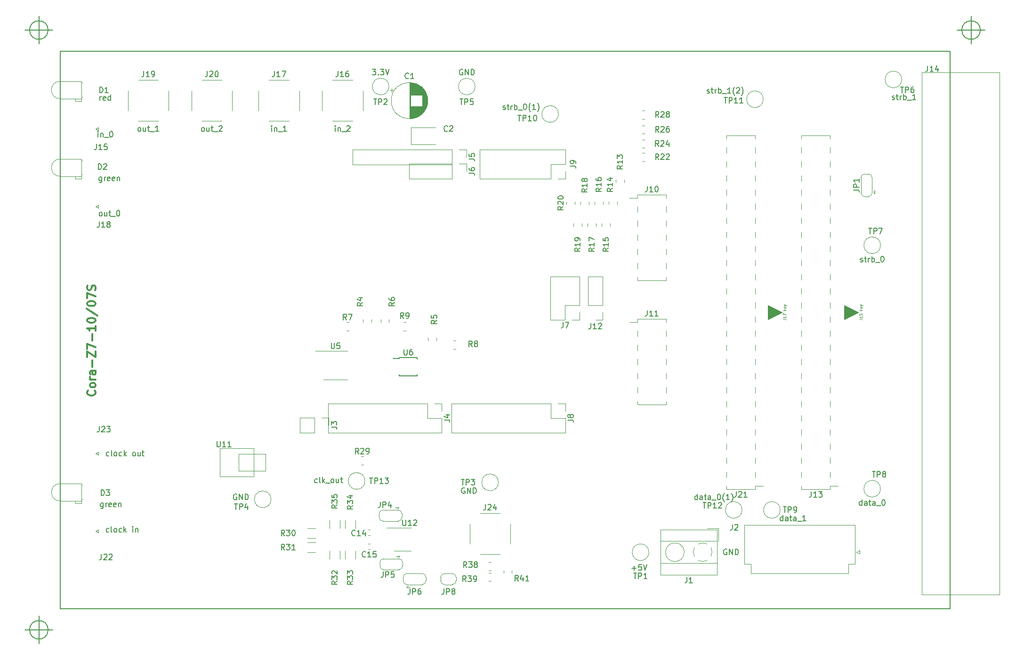
<source format=gto>
G04 #@! TF.GenerationSoftware,KiCad,Pcbnew,5.1.10-88a1d61d58~88~ubuntu18.04.1*
G04 #@! TF.CreationDate,2022-09-15T09:05:11+02:00*
G04 #@! TF.ProjectId,FPGA_buffer_board,46504741-5f62-4756-9666-65725f626f61,v1.4*
G04 #@! TF.SameCoordinates,Original*
G04 #@! TF.FileFunction,Legend,Top*
G04 #@! TF.FilePolarity,Positive*
%FSLAX46Y46*%
G04 Gerber Fmt 4.6, Leading zero omitted, Abs format (unit mm)*
G04 Created by KiCad (PCBNEW 5.1.10-88a1d61d58~88~ubuntu18.04.1) date 2022-09-15 09:05:11*
%MOMM*%
%LPD*%
G01*
G04 APERTURE LIST*
G04 #@! TA.AperFunction,Profile*
%ADD10C,0.200000*%
G04 #@! TD*
%ADD11C,0.150000*%
%ADD12C,0.100000*%
%ADD13C,0.300000*%
%ADD14C,0.120000*%
G04 APERTURE END LIST*
D10*
X86756666Y-153670000D02*
G75*
G03*
X86756666Y-153670000I-1666666J0D01*
G01*
X82590000Y-153670000D02*
X87590000Y-153670000D01*
X85090000Y-151170000D02*
X85090000Y-156170000D01*
X254396666Y-45720000D02*
G75*
G03*
X254396666Y-45720000I-1666666J0D01*
G01*
X250230000Y-45720000D02*
X255230000Y-45720000D01*
X252730000Y-43220000D02*
X252730000Y-48220000D01*
X86756666Y-45720000D02*
G75*
G03*
X86756666Y-45720000I-1666666J0D01*
G01*
X82590000Y-45720000D02*
X87590000Y-45720000D01*
X85090000Y-43220000D02*
X85090000Y-48220000D01*
D11*
X168569095Y-59967761D02*
X168664333Y-60015380D01*
X168854809Y-60015380D01*
X168950047Y-59967761D01*
X168997666Y-59872523D01*
X168997666Y-59824904D01*
X168950047Y-59729666D01*
X168854809Y-59682047D01*
X168711952Y-59682047D01*
X168616714Y-59634428D01*
X168569095Y-59539190D01*
X168569095Y-59491571D01*
X168616714Y-59396333D01*
X168711952Y-59348714D01*
X168854809Y-59348714D01*
X168950047Y-59396333D01*
X169283380Y-59348714D02*
X169664333Y-59348714D01*
X169426238Y-59015380D02*
X169426238Y-59872523D01*
X169473857Y-59967761D01*
X169569095Y-60015380D01*
X169664333Y-60015380D01*
X169997666Y-60015380D02*
X169997666Y-59348714D01*
X169997666Y-59539190D02*
X170045285Y-59443952D01*
X170092904Y-59396333D01*
X170188142Y-59348714D01*
X170283380Y-59348714D01*
X170616714Y-60015380D02*
X170616714Y-59015380D01*
X170616714Y-59396333D02*
X170711952Y-59348714D01*
X170902428Y-59348714D01*
X170997666Y-59396333D01*
X171045285Y-59443952D01*
X171092904Y-59539190D01*
X171092904Y-59824904D01*
X171045285Y-59920142D01*
X170997666Y-59967761D01*
X170902428Y-60015380D01*
X170711952Y-60015380D01*
X170616714Y-59967761D01*
X171283380Y-60110619D02*
X172045285Y-60110619D01*
X172473857Y-59015380D02*
X172569095Y-59015380D01*
X172664333Y-59063000D01*
X172711952Y-59110619D01*
X172759571Y-59205857D01*
X172807190Y-59396333D01*
X172807190Y-59634428D01*
X172759571Y-59824904D01*
X172711952Y-59920142D01*
X172664333Y-59967761D01*
X172569095Y-60015380D01*
X172473857Y-60015380D01*
X172378619Y-59967761D01*
X172331000Y-59920142D01*
X172283380Y-59824904D01*
X172235761Y-59634428D01*
X172235761Y-59396333D01*
X172283380Y-59205857D01*
X172331000Y-59110619D01*
X172378619Y-59063000D01*
X172473857Y-59015380D01*
X173521476Y-60396333D02*
X173473857Y-60348714D01*
X173378619Y-60205857D01*
X173331000Y-60110619D01*
X173283380Y-59967761D01*
X173235761Y-59729666D01*
X173235761Y-59539190D01*
X173283380Y-59301095D01*
X173331000Y-59158238D01*
X173378619Y-59063000D01*
X173473857Y-58920142D01*
X173521476Y-58872523D01*
X174426238Y-60015380D02*
X173854809Y-60015380D01*
X174140523Y-60015380D02*
X174140523Y-59015380D01*
X174045285Y-59158238D01*
X173950047Y-59253476D01*
X173854809Y-59301095D01*
X174759571Y-60396333D02*
X174807190Y-60348714D01*
X174902428Y-60205857D01*
X174950047Y-60110619D01*
X174997666Y-59967761D01*
X175045285Y-59729666D01*
X175045285Y-59539190D01*
X174997666Y-59301095D01*
X174950047Y-59158238D01*
X174902428Y-59063000D01*
X174807190Y-58920142D01*
X174759571Y-58872523D01*
X205272095Y-57046761D02*
X205367333Y-57094380D01*
X205557809Y-57094380D01*
X205653047Y-57046761D01*
X205700666Y-56951523D01*
X205700666Y-56903904D01*
X205653047Y-56808666D01*
X205557809Y-56761047D01*
X205414952Y-56761047D01*
X205319714Y-56713428D01*
X205272095Y-56618190D01*
X205272095Y-56570571D01*
X205319714Y-56475333D01*
X205414952Y-56427714D01*
X205557809Y-56427714D01*
X205653047Y-56475333D01*
X205986380Y-56427714D02*
X206367333Y-56427714D01*
X206129238Y-56094380D02*
X206129238Y-56951523D01*
X206176857Y-57046761D01*
X206272095Y-57094380D01*
X206367333Y-57094380D01*
X206700666Y-57094380D02*
X206700666Y-56427714D01*
X206700666Y-56618190D02*
X206748285Y-56522952D01*
X206795904Y-56475333D01*
X206891142Y-56427714D01*
X206986380Y-56427714D01*
X207319714Y-57094380D02*
X207319714Y-56094380D01*
X207319714Y-56475333D02*
X207414952Y-56427714D01*
X207605428Y-56427714D01*
X207700666Y-56475333D01*
X207748285Y-56522952D01*
X207795904Y-56618190D01*
X207795904Y-56903904D01*
X207748285Y-56999142D01*
X207700666Y-57046761D01*
X207605428Y-57094380D01*
X207414952Y-57094380D01*
X207319714Y-57046761D01*
X207986380Y-57189619D02*
X208748285Y-57189619D01*
X209510190Y-57094380D02*
X208938761Y-57094380D01*
X209224476Y-57094380D02*
X209224476Y-56094380D01*
X209129238Y-56237238D01*
X209034000Y-56332476D01*
X208938761Y-56380095D01*
X210224476Y-57475333D02*
X210176857Y-57427714D01*
X210081619Y-57284857D01*
X210034000Y-57189619D01*
X209986380Y-57046761D01*
X209938761Y-56808666D01*
X209938761Y-56618190D01*
X209986380Y-56380095D01*
X210034000Y-56237238D01*
X210081619Y-56142000D01*
X210176857Y-55999142D01*
X210224476Y-55951523D01*
X210557809Y-56189619D02*
X210605428Y-56142000D01*
X210700666Y-56094380D01*
X210938761Y-56094380D01*
X211034000Y-56142000D01*
X211081619Y-56189619D01*
X211129238Y-56284857D01*
X211129238Y-56380095D01*
X211081619Y-56522952D01*
X210510190Y-57094380D01*
X211129238Y-57094380D01*
X211462571Y-57475333D02*
X211510190Y-57427714D01*
X211605428Y-57284857D01*
X211653047Y-57189619D01*
X211700666Y-57046761D01*
X211748285Y-56808666D01*
X211748285Y-56618190D01*
X211700666Y-56380095D01*
X211653047Y-56237238D01*
X211605428Y-56142000D01*
X211510190Y-55999142D01*
X211462571Y-55951523D01*
X218892666Y-134056380D02*
X218892666Y-133056380D01*
X218892666Y-134008761D02*
X218797428Y-134056380D01*
X218606952Y-134056380D01*
X218511714Y-134008761D01*
X218464095Y-133961142D01*
X218416476Y-133865904D01*
X218416476Y-133580190D01*
X218464095Y-133484952D01*
X218511714Y-133437333D01*
X218606952Y-133389714D01*
X218797428Y-133389714D01*
X218892666Y-133437333D01*
X219797428Y-134056380D02*
X219797428Y-133532571D01*
X219749809Y-133437333D01*
X219654571Y-133389714D01*
X219464095Y-133389714D01*
X219368857Y-133437333D01*
X219797428Y-134008761D02*
X219702190Y-134056380D01*
X219464095Y-134056380D01*
X219368857Y-134008761D01*
X219321238Y-133913523D01*
X219321238Y-133818285D01*
X219368857Y-133723047D01*
X219464095Y-133675428D01*
X219702190Y-133675428D01*
X219797428Y-133627809D01*
X220130761Y-133389714D02*
X220511714Y-133389714D01*
X220273619Y-133056380D02*
X220273619Y-133913523D01*
X220321238Y-134008761D01*
X220416476Y-134056380D01*
X220511714Y-134056380D01*
X221273619Y-134056380D02*
X221273619Y-133532571D01*
X221226000Y-133437333D01*
X221130761Y-133389714D01*
X220940285Y-133389714D01*
X220845047Y-133437333D01*
X221273619Y-134008761D02*
X221178380Y-134056380D01*
X220940285Y-134056380D01*
X220845047Y-134008761D01*
X220797428Y-133913523D01*
X220797428Y-133818285D01*
X220845047Y-133723047D01*
X220940285Y-133675428D01*
X221178380Y-133675428D01*
X221273619Y-133627809D01*
X221511714Y-134151619D02*
X222273619Y-134151619D01*
X223035523Y-134056380D02*
X222464095Y-134056380D01*
X222749809Y-134056380D02*
X222749809Y-133056380D01*
X222654571Y-133199238D01*
X222559333Y-133294476D01*
X222464095Y-133342095D01*
X161290095Y-52840000D02*
X161194857Y-52792380D01*
X161052000Y-52792380D01*
X160909142Y-52840000D01*
X160813904Y-52935238D01*
X160766285Y-53030476D01*
X160718666Y-53220952D01*
X160718666Y-53363809D01*
X160766285Y-53554285D01*
X160813904Y-53649523D01*
X160909142Y-53744761D01*
X161052000Y-53792380D01*
X161147238Y-53792380D01*
X161290095Y-53744761D01*
X161337714Y-53697142D01*
X161337714Y-53363809D01*
X161147238Y-53363809D01*
X161766285Y-53792380D02*
X161766285Y-52792380D01*
X162337714Y-53792380D01*
X162337714Y-52792380D01*
X162813904Y-53792380D02*
X162813904Y-52792380D01*
X163052000Y-52792380D01*
X163194857Y-52840000D01*
X163290095Y-52935238D01*
X163337714Y-53030476D01*
X163385333Y-53220952D01*
X163385333Y-53363809D01*
X163337714Y-53554285D01*
X163290095Y-53649523D01*
X163194857Y-53744761D01*
X163052000Y-53792380D01*
X162813904Y-53792380D01*
X145081809Y-52792380D02*
X145700857Y-52792380D01*
X145367523Y-53173333D01*
X145510380Y-53173333D01*
X145605619Y-53220952D01*
X145653238Y-53268571D01*
X145700857Y-53363809D01*
X145700857Y-53601904D01*
X145653238Y-53697142D01*
X145605619Y-53744761D01*
X145510380Y-53792380D01*
X145224666Y-53792380D01*
X145129428Y-53744761D01*
X145081809Y-53697142D01*
X146129428Y-53697142D02*
X146177047Y-53744761D01*
X146129428Y-53792380D01*
X146081809Y-53744761D01*
X146129428Y-53697142D01*
X146129428Y-53792380D01*
X146510380Y-52792380D02*
X147129428Y-52792380D01*
X146796095Y-53173333D01*
X146938952Y-53173333D01*
X147034190Y-53220952D01*
X147081809Y-53268571D01*
X147129428Y-53363809D01*
X147129428Y-53601904D01*
X147081809Y-53697142D01*
X147034190Y-53744761D01*
X146938952Y-53792380D01*
X146653238Y-53792380D01*
X146558000Y-53744761D01*
X146510380Y-53697142D01*
X147415142Y-52792380D02*
X147748476Y-53792380D01*
X148081809Y-52792380D01*
X120650095Y-129294000D02*
X120554857Y-129246380D01*
X120412000Y-129246380D01*
X120269142Y-129294000D01*
X120173904Y-129389238D01*
X120126285Y-129484476D01*
X120078666Y-129674952D01*
X120078666Y-129817809D01*
X120126285Y-130008285D01*
X120173904Y-130103523D01*
X120269142Y-130198761D01*
X120412000Y-130246380D01*
X120507238Y-130246380D01*
X120650095Y-130198761D01*
X120697714Y-130151142D01*
X120697714Y-129817809D01*
X120507238Y-129817809D01*
X121126285Y-130246380D02*
X121126285Y-129246380D01*
X121697714Y-130246380D01*
X121697714Y-129246380D01*
X122173904Y-130246380D02*
X122173904Y-129246380D01*
X122412000Y-129246380D01*
X122554857Y-129294000D01*
X122650095Y-129389238D01*
X122697714Y-129484476D01*
X122745333Y-129674952D01*
X122745333Y-129817809D01*
X122697714Y-130008285D01*
X122650095Y-130103523D01*
X122554857Y-130198761D01*
X122412000Y-130246380D01*
X122173904Y-130246380D01*
X238545952Y-58189761D02*
X238641190Y-58237380D01*
X238831666Y-58237380D01*
X238926904Y-58189761D01*
X238974523Y-58094523D01*
X238974523Y-58046904D01*
X238926904Y-57951666D01*
X238831666Y-57904047D01*
X238688809Y-57904047D01*
X238593571Y-57856428D01*
X238545952Y-57761190D01*
X238545952Y-57713571D01*
X238593571Y-57618333D01*
X238688809Y-57570714D01*
X238831666Y-57570714D01*
X238926904Y-57618333D01*
X239260238Y-57570714D02*
X239641190Y-57570714D01*
X239403095Y-57237380D02*
X239403095Y-58094523D01*
X239450714Y-58189761D01*
X239545952Y-58237380D01*
X239641190Y-58237380D01*
X239974523Y-58237380D02*
X239974523Y-57570714D01*
X239974523Y-57761190D02*
X240022142Y-57665952D01*
X240069761Y-57618333D01*
X240165000Y-57570714D01*
X240260238Y-57570714D01*
X240593571Y-58237380D02*
X240593571Y-57237380D01*
X240593571Y-57618333D02*
X240688809Y-57570714D01*
X240879285Y-57570714D01*
X240974523Y-57618333D01*
X241022142Y-57665952D01*
X241069761Y-57761190D01*
X241069761Y-58046904D01*
X241022142Y-58142142D01*
X240974523Y-58189761D01*
X240879285Y-58237380D01*
X240688809Y-58237380D01*
X240593571Y-58189761D01*
X241260238Y-58332619D02*
X242022142Y-58332619D01*
X242784047Y-58237380D02*
X242212619Y-58237380D01*
X242498333Y-58237380D02*
X242498333Y-57237380D01*
X242403095Y-57380238D01*
X242307857Y-57475476D01*
X242212619Y-57523095D01*
X232830952Y-87399761D02*
X232926190Y-87447380D01*
X233116666Y-87447380D01*
X233211904Y-87399761D01*
X233259523Y-87304523D01*
X233259523Y-87256904D01*
X233211904Y-87161666D01*
X233116666Y-87114047D01*
X232973809Y-87114047D01*
X232878571Y-87066428D01*
X232830952Y-86971190D01*
X232830952Y-86923571D01*
X232878571Y-86828333D01*
X232973809Y-86780714D01*
X233116666Y-86780714D01*
X233211904Y-86828333D01*
X233545238Y-86780714D02*
X233926190Y-86780714D01*
X233688095Y-86447380D02*
X233688095Y-87304523D01*
X233735714Y-87399761D01*
X233830952Y-87447380D01*
X233926190Y-87447380D01*
X234259523Y-87447380D02*
X234259523Y-86780714D01*
X234259523Y-86971190D02*
X234307142Y-86875952D01*
X234354761Y-86828333D01*
X234450000Y-86780714D01*
X234545238Y-86780714D01*
X234878571Y-87447380D02*
X234878571Y-86447380D01*
X234878571Y-86828333D02*
X234973809Y-86780714D01*
X235164285Y-86780714D01*
X235259523Y-86828333D01*
X235307142Y-86875952D01*
X235354761Y-86971190D01*
X235354761Y-87256904D01*
X235307142Y-87352142D01*
X235259523Y-87399761D01*
X235164285Y-87447380D01*
X234973809Y-87447380D01*
X234878571Y-87399761D01*
X235545238Y-87542619D02*
X236307142Y-87542619D01*
X236735714Y-86447380D02*
X236830952Y-86447380D01*
X236926190Y-86495000D01*
X236973809Y-86542619D01*
X237021428Y-86637857D01*
X237069047Y-86828333D01*
X237069047Y-87066428D01*
X237021428Y-87256904D01*
X236973809Y-87352142D01*
X236926190Y-87399761D01*
X236830952Y-87447380D01*
X236735714Y-87447380D01*
X236640476Y-87399761D01*
X236592857Y-87352142D01*
X236545238Y-87256904D01*
X236497619Y-87066428D01*
X236497619Y-86828333D01*
X236545238Y-86637857D01*
X236592857Y-86542619D01*
X236640476Y-86495000D01*
X236735714Y-86447380D01*
X233116666Y-131262380D02*
X233116666Y-130262380D01*
X233116666Y-131214761D02*
X233021428Y-131262380D01*
X232830952Y-131262380D01*
X232735714Y-131214761D01*
X232688095Y-131167142D01*
X232640476Y-131071904D01*
X232640476Y-130786190D01*
X232688095Y-130690952D01*
X232735714Y-130643333D01*
X232830952Y-130595714D01*
X233021428Y-130595714D01*
X233116666Y-130643333D01*
X234021428Y-131262380D02*
X234021428Y-130738571D01*
X233973809Y-130643333D01*
X233878571Y-130595714D01*
X233688095Y-130595714D01*
X233592857Y-130643333D01*
X234021428Y-131214761D02*
X233926190Y-131262380D01*
X233688095Y-131262380D01*
X233592857Y-131214761D01*
X233545238Y-131119523D01*
X233545238Y-131024285D01*
X233592857Y-130929047D01*
X233688095Y-130881428D01*
X233926190Y-130881428D01*
X234021428Y-130833809D01*
X234354761Y-130595714D02*
X234735714Y-130595714D01*
X234497619Y-130262380D02*
X234497619Y-131119523D01*
X234545238Y-131214761D01*
X234640476Y-131262380D01*
X234735714Y-131262380D01*
X235497619Y-131262380D02*
X235497619Y-130738571D01*
X235450000Y-130643333D01*
X235354761Y-130595714D01*
X235164285Y-130595714D01*
X235069047Y-130643333D01*
X235497619Y-131214761D02*
X235402380Y-131262380D01*
X235164285Y-131262380D01*
X235069047Y-131214761D01*
X235021428Y-131119523D01*
X235021428Y-131024285D01*
X235069047Y-130929047D01*
X235164285Y-130881428D01*
X235402380Y-130881428D01*
X235497619Y-130833809D01*
X235735714Y-131357619D02*
X236497619Y-131357619D01*
X236926190Y-130262380D02*
X237021428Y-130262380D01*
X237116666Y-130310000D01*
X237164285Y-130357619D01*
X237211904Y-130452857D01*
X237259523Y-130643333D01*
X237259523Y-130881428D01*
X237211904Y-131071904D01*
X237164285Y-131167142D01*
X237116666Y-131214761D01*
X237021428Y-131262380D01*
X236926190Y-131262380D01*
X236830952Y-131214761D01*
X236783333Y-131167142D01*
X236735714Y-131071904D01*
X236688095Y-130881428D01*
X236688095Y-130643333D01*
X236735714Y-130452857D01*
X236783333Y-130357619D01*
X236830952Y-130310000D01*
X236926190Y-130262380D01*
X203525809Y-130246380D02*
X203525809Y-129246380D01*
X203525809Y-130198761D02*
X203430571Y-130246380D01*
X203240095Y-130246380D01*
X203144857Y-130198761D01*
X203097238Y-130151142D01*
X203049619Y-130055904D01*
X203049619Y-129770190D01*
X203097238Y-129674952D01*
X203144857Y-129627333D01*
X203240095Y-129579714D01*
X203430571Y-129579714D01*
X203525809Y-129627333D01*
X204430571Y-130246380D02*
X204430571Y-129722571D01*
X204382952Y-129627333D01*
X204287714Y-129579714D01*
X204097238Y-129579714D01*
X204002000Y-129627333D01*
X204430571Y-130198761D02*
X204335333Y-130246380D01*
X204097238Y-130246380D01*
X204002000Y-130198761D01*
X203954380Y-130103523D01*
X203954380Y-130008285D01*
X204002000Y-129913047D01*
X204097238Y-129865428D01*
X204335333Y-129865428D01*
X204430571Y-129817809D01*
X204763904Y-129579714D02*
X205144857Y-129579714D01*
X204906761Y-129246380D02*
X204906761Y-130103523D01*
X204954380Y-130198761D01*
X205049619Y-130246380D01*
X205144857Y-130246380D01*
X205906761Y-130246380D02*
X205906761Y-129722571D01*
X205859142Y-129627333D01*
X205763904Y-129579714D01*
X205573428Y-129579714D01*
X205478190Y-129627333D01*
X205906761Y-130198761D02*
X205811523Y-130246380D01*
X205573428Y-130246380D01*
X205478190Y-130198761D01*
X205430571Y-130103523D01*
X205430571Y-130008285D01*
X205478190Y-129913047D01*
X205573428Y-129865428D01*
X205811523Y-129865428D01*
X205906761Y-129817809D01*
X206144857Y-130341619D02*
X206906761Y-130341619D01*
X207335333Y-129246380D02*
X207430571Y-129246380D01*
X207525809Y-129294000D01*
X207573428Y-129341619D01*
X207621047Y-129436857D01*
X207668666Y-129627333D01*
X207668666Y-129865428D01*
X207621047Y-130055904D01*
X207573428Y-130151142D01*
X207525809Y-130198761D01*
X207430571Y-130246380D01*
X207335333Y-130246380D01*
X207240095Y-130198761D01*
X207192476Y-130151142D01*
X207144857Y-130055904D01*
X207097238Y-129865428D01*
X207097238Y-129627333D01*
X207144857Y-129436857D01*
X207192476Y-129341619D01*
X207240095Y-129294000D01*
X207335333Y-129246380D01*
X208382952Y-130627333D02*
X208335333Y-130579714D01*
X208240095Y-130436857D01*
X208192476Y-130341619D01*
X208144857Y-130198761D01*
X208097238Y-129960666D01*
X208097238Y-129770190D01*
X208144857Y-129532095D01*
X208192476Y-129389238D01*
X208240095Y-129294000D01*
X208335333Y-129151142D01*
X208382952Y-129103523D01*
X209287714Y-130246380D02*
X208716285Y-130246380D01*
X209002000Y-130246380D02*
X209002000Y-129246380D01*
X208906761Y-129389238D01*
X208811523Y-129484476D01*
X208716285Y-129532095D01*
X209621047Y-130627333D02*
X209668666Y-130579714D01*
X209763904Y-130436857D01*
X209811523Y-130341619D01*
X209859142Y-130198761D01*
X209906761Y-129960666D01*
X209906761Y-129770190D01*
X209859142Y-129532095D01*
X209811523Y-129389238D01*
X209763904Y-129294000D01*
X209668666Y-129151142D01*
X209621047Y-129103523D01*
X135160000Y-127150761D02*
X135064761Y-127198380D01*
X134874285Y-127198380D01*
X134779047Y-127150761D01*
X134731428Y-127103142D01*
X134683809Y-127007904D01*
X134683809Y-126722190D01*
X134731428Y-126626952D01*
X134779047Y-126579333D01*
X134874285Y-126531714D01*
X135064761Y-126531714D01*
X135160000Y-126579333D01*
X135731428Y-127198380D02*
X135636190Y-127150761D01*
X135588571Y-127055523D01*
X135588571Y-126198380D01*
X136112380Y-127198380D02*
X136112380Y-126198380D01*
X136207619Y-126817428D02*
X136493333Y-127198380D01*
X136493333Y-126531714D02*
X136112380Y-126912666D01*
X136683809Y-127293619D02*
X137445714Y-127293619D01*
X137826666Y-127198380D02*
X137731428Y-127150761D01*
X137683809Y-127103142D01*
X137636190Y-127007904D01*
X137636190Y-126722190D01*
X137683809Y-126626952D01*
X137731428Y-126579333D01*
X137826666Y-126531714D01*
X137969523Y-126531714D01*
X138064761Y-126579333D01*
X138112380Y-126626952D01*
X138160000Y-126722190D01*
X138160000Y-127007904D01*
X138112380Y-127103142D01*
X138064761Y-127150761D01*
X137969523Y-127198380D01*
X137826666Y-127198380D01*
X139017142Y-126531714D02*
X139017142Y-127198380D01*
X138588571Y-126531714D02*
X138588571Y-127055523D01*
X138636190Y-127150761D01*
X138731428Y-127198380D01*
X138874285Y-127198380D01*
X138969523Y-127150761D01*
X139017142Y-127103142D01*
X139350476Y-126531714D02*
X139731428Y-126531714D01*
X139493333Y-126198380D02*
X139493333Y-127055523D01*
X139540952Y-127150761D01*
X139636190Y-127198380D01*
X139731428Y-127198380D01*
X161671095Y-128151000D02*
X161575857Y-128103380D01*
X161433000Y-128103380D01*
X161290142Y-128151000D01*
X161194904Y-128246238D01*
X161147285Y-128341476D01*
X161099666Y-128531952D01*
X161099666Y-128674809D01*
X161147285Y-128865285D01*
X161194904Y-128960523D01*
X161290142Y-129055761D01*
X161433000Y-129103380D01*
X161528238Y-129103380D01*
X161671095Y-129055761D01*
X161718714Y-129008142D01*
X161718714Y-128674809D01*
X161528238Y-128674809D01*
X162147285Y-129103380D02*
X162147285Y-128103380D01*
X162718714Y-129103380D01*
X162718714Y-128103380D01*
X163194904Y-129103380D02*
X163194904Y-128103380D01*
X163433000Y-128103380D01*
X163575857Y-128151000D01*
X163671095Y-128246238D01*
X163718714Y-128341476D01*
X163766333Y-128531952D01*
X163766333Y-128674809D01*
X163718714Y-128865285D01*
X163671095Y-128960523D01*
X163575857Y-129055761D01*
X163433000Y-129103380D01*
X163194904Y-129103380D01*
X138390476Y-63952380D02*
X138390476Y-63285714D01*
X138390476Y-62952380D02*
X138342857Y-63000000D01*
X138390476Y-63047619D01*
X138438095Y-63000000D01*
X138390476Y-62952380D01*
X138390476Y-63047619D01*
X138866666Y-63285714D02*
X138866666Y-63952380D01*
X138866666Y-63380952D02*
X138914285Y-63333333D01*
X139009523Y-63285714D01*
X139152380Y-63285714D01*
X139247619Y-63333333D01*
X139295238Y-63428571D01*
X139295238Y-63952380D01*
X139533333Y-64047619D02*
X140295238Y-64047619D01*
X140485714Y-63047619D02*
X140533333Y-63000000D01*
X140628571Y-62952380D01*
X140866666Y-62952380D01*
X140961904Y-63000000D01*
X141009523Y-63047619D01*
X141057142Y-63142857D01*
X141057142Y-63238095D01*
X141009523Y-63380952D01*
X140438095Y-63952380D01*
X141057142Y-63952380D01*
X126960476Y-63952380D02*
X126960476Y-63285714D01*
X126960476Y-62952380D02*
X126912857Y-63000000D01*
X126960476Y-63047619D01*
X127008095Y-63000000D01*
X126960476Y-62952380D01*
X126960476Y-63047619D01*
X127436666Y-63285714D02*
X127436666Y-63952380D01*
X127436666Y-63380952D02*
X127484285Y-63333333D01*
X127579523Y-63285714D01*
X127722380Y-63285714D01*
X127817619Y-63333333D01*
X127865238Y-63428571D01*
X127865238Y-63952380D01*
X128103333Y-64047619D02*
X128865238Y-64047619D01*
X129627142Y-63952380D02*
X129055714Y-63952380D01*
X129341428Y-63952380D02*
X129341428Y-62952380D01*
X129246190Y-63095238D01*
X129150952Y-63190476D01*
X129055714Y-63238095D01*
X114538333Y-63952380D02*
X114443095Y-63904761D01*
X114395476Y-63857142D01*
X114347857Y-63761904D01*
X114347857Y-63476190D01*
X114395476Y-63380952D01*
X114443095Y-63333333D01*
X114538333Y-63285714D01*
X114681190Y-63285714D01*
X114776428Y-63333333D01*
X114824047Y-63380952D01*
X114871666Y-63476190D01*
X114871666Y-63761904D01*
X114824047Y-63857142D01*
X114776428Y-63904761D01*
X114681190Y-63952380D01*
X114538333Y-63952380D01*
X115728809Y-63285714D02*
X115728809Y-63952380D01*
X115300238Y-63285714D02*
X115300238Y-63809523D01*
X115347857Y-63904761D01*
X115443095Y-63952380D01*
X115585952Y-63952380D01*
X115681190Y-63904761D01*
X115728809Y-63857142D01*
X116062142Y-63285714D02*
X116443095Y-63285714D01*
X116205000Y-62952380D02*
X116205000Y-63809523D01*
X116252619Y-63904761D01*
X116347857Y-63952380D01*
X116443095Y-63952380D01*
X116538333Y-64047619D02*
X117300238Y-64047619D01*
X117490714Y-63047619D02*
X117538333Y-63000000D01*
X117633571Y-62952380D01*
X117871666Y-62952380D01*
X117966904Y-63000000D01*
X118014523Y-63047619D01*
X118062142Y-63142857D01*
X118062142Y-63238095D01*
X118014523Y-63380952D01*
X117443095Y-63952380D01*
X118062142Y-63952380D01*
X96639238Y-130849714D02*
X96639238Y-131659238D01*
X96591619Y-131754476D01*
X96544000Y-131802095D01*
X96448761Y-131849714D01*
X96305904Y-131849714D01*
X96210666Y-131802095D01*
X96639238Y-131468761D02*
X96544000Y-131516380D01*
X96353523Y-131516380D01*
X96258285Y-131468761D01*
X96210666Y-131421142D01*
X96163047Y-131325904D01*
X96163047Y-131040190D01*
X96210666Y-130944952D01*
X96258285Y-130897333D01*
X96353523Y-130849714D01*
X96544000Y-130849714D01*
X96639238Y-130897333D01*
X97115428Y-131516380D02*
X97115428Y-130849714D01*
X97115428Y-131040190D02*
X97163047Y-130944952D01*
X97210666Y-130897333D01*
X97305904Y-130849714D01*
X97401142Y-130849714D01*
X98115428Y-131468761D02*
X98020190Y-131516380D01*
X97829714Y-131516380D01*
X97734476Y-131468761D01*
X97686857Y-131373523D01*
X97686857Y-130992571D01*
X97734476Y-130897333D01*
X97829714Y-130849714D01*
X98020190Y-130849714D01*
X98115428Y-130897333D01*
X98163047Y-130992571D01*
X98163047Y-131087809D01*
X97686857Y-131183047D01*
X98972571Y-131468761D02*
X98877333Y-131516380D01*
X98686857Y-131516380D01*
X98591619Y-131468761D01*
X98544000Y-131373523D01*
X98544000Y-130992571D01*
X98591619Y-130897333D01*
X98686857Y-130849714D01*
X98877333Y-130849714D01*
X98972571Y-130897333D01*
X99020190Y-130992571D01*
X99020190Y-131087809D01*
X98544000Y-131183047D01*
X99448761Y-130849714D02*
X99448761Y-131516380D01*
X99448761Y-130944952D02*
X99496380Y-130897333D01*
X99591619Y-130849714D01*
X99734476Y-130849714D01*
X99829714Y-130897333D01*
X99877333Y-130992571D01*
X99877333Y-131516380D01*
X96385238Y-72175714D02*
X96385238Y-72985238D01*
X96337619Y-73080476D01*
X96290000Y-73128095D01*
X96194761Y-73175714D01*
X96051904Y-73175714D01*
X95956666Y-73128095D01*
X96385238Y-72794761D02*
X96290000Y-72842380D01*
X96099523Y-72842380D01*
X96004285Y-72794761D01*
X95956666Y-72747142D01*
X95909047Y-72651904D01*
X95909047Y-72366190D01*
X95956666Y-72270952D01*
X96004285Y-72223333D01*
X96099523Y-72175714D01*
X96290000Y-72175714D01*
X96385238Y-72223333D01*
X96861428Y-72842380D02*
X96861428Y-72175714D01*
X96861428Y-72366190D02*
X96909047Y-72270952D01*
X96956666Y-72223333D01*
X97051904Y-72175714D01*
X97147142Y-72175714D01*
X97861428Y-72794761D02*
X97766190Y-72842380D01*
X97575714Y-72842380D01*
X97480476Y-72794761D01*
X97432857Y-72699523D01*
X97432857Y-72318571D01*
X97480476Y-72223333D01*
X97575714Y-72175714D01*
X97766190Y-72175714D01*
X97861428Y-72223333D01*
X97909047Y-72318571D01*
X97909047Y-72413809D01*
X97432857Y-72509047D01*
X98718571Y-72794761D02*
X98623333Y-72842380D01*
X98432857Y-72842380D01*
X98337619Y-72794761D01*
X98290000Y-72699523D01*
X98290000Y-72318571D01*
X98337619Y-72223333D01*
X98432857Y-72175714D01*
X98623333Y-72175714D01*
X98718571Y-72223333D01*
X98766190Y-72318571D01*
X98766190Y-72413809D01*
X98290000Y-72509047D01*
X99194761Y-72175714D02*
X99194761Y-72842380D01*
X99194761Y-72270952D02*
X99242380Y-72223333D01*
X99337619Y-72175714D01*
X99480476Y-72175714D01*
X99575714Y-72223333D01*
X99623333Y-72318571D01*
X99623333Y-72842380D01*
X96075619Y-58364380D02*
X96075619Y-57697714D01*
X96075619Y-57888190D02*
X96123238Y-57792952D01*
X96170857Y-57745333D01*
X96266095Y-57697714D01*
X96361333Y-57697714D01*
X97075619Y-58316761D02*
X96980380Y-58364380D01*
X96789904Y-58364380D01*
X96694666Y-58316761D01*
X96647047Y-58221523D01*
X96647047Y-57840571D01*
X96694666Y-57745333D01*
X96789904Y-57697714D01*
X96980380Y-57697714D01*
X97075619Y-57745333D01*
X97123238Y-57840571D01*
X97123238Y-57935809D01*
X96647047Y-58031047D01*
X97980380Y-58364380D02*
X97980380Y-57364380D01*
X97980380Y-58316761D02*
X97885142Y-58364380D01*
X97694666Y-58364380D01*
X97599428Y-58316761D01*
X97551809Y-58269142D01*
X97504190Y-58173904D01*
X97504190Y-57888190D01*
X97551809Y-57792952D01*
X97599428Y-57745333D01*
X97694666Y-57697714D01*
X97885142Y-57697714D01*
X97980380Y-57745333D01*
X95718476Y-64968380D02*
X95718476Y-64301714D01*
X95718476Y-63968380D02*
X95670857Y-64016000D01*
X95718476Y-64063619D01*
X95766095Y-64016000D01*
X95718476Y-63968380D01*
X95718476Y-64063619D01*
X96194666Y-64301714D02*
X96194666Y-64968380D01*
X96194666Y-64396952D02*
X96242285Y-64349333D01*
X96337523Y-64301714D01*
X96480380Y-64301714D01*
X96575619Y-64349333D01*
X96623238Y-64444571D01*
X96623238Y-64968380D01*
X96861333Y-65063619D02*
X97623238Y-65063619D01*
X98051809Y-63968380D02*
X98147047Y-63968380D01*
X98242285Y-64016000D01*
X98289904Y-64063619D01*
X98337523Y-64158857D01*
X98385142Y-64349333D01*
X98385142Y-64587428D01*
X98337523Y-64777904D01*
X98289904Y-64873142D01*
X98242285Y-64920761D01*
X98147047Y-64968380D01*
X98051809Y-64968380D01*
X97956571Y-64920761D01*
X97908952Y-64873142D01*
X97861333Y-64777904D01*
X97813714Y-64587428D01*
X97813714Y-64349333D01*
X97861333Y-64158857D01*
X97908952Y-64063619D01*
X97956571Y-64016000D01*
X98051809Y-63968380D01*
X208788095Y-139200000D02*
X208692857Y-139152380D01*
X208550000Y-139152380D01*
X208407142Y-139200000D01*
X208311904Y-139295238D01*
X208264285Y-139390476D01*
X208216666Y-139580952D01*
X208216666Y-139723809D01*
X208264285Y-139914285D01*
X208311904Y-140009523D01*
X208407142Y-140104761D01*
X208550000Y-140152380D01*
X208645238Y-140152380D01*
X208788095Y-140104761D01*
X208835714Y-140057142D01*
X208835714Y-139723809D01*
X208645238Y-139723809D01*
X209264285Y-140152380D02*
X209264285Y-139152380D01*
X209835714Y-140152380D01*
X209835714Y-139152380D01*
X210311904Y-140152380D02*
X210311904Y-139152380D01*
X210550000Y-139152380D01*
X210692857Y-139200000D01*
X210788095Y-139295238D01*
X210835714Y-139390476D01*
X210883333Y-139580952D01*
X210883333Y-139723809D01*
X210835714Y-139914285D01*
X210788095Y-140009523D01*
X210692857Y-140104761D01*
X210550000Y-140152380D01*
X210311904Y-140152380D01*
X191754285Y-142565428D02*
X192516190Y-142565428D01*
X192135238Y-142946380D02*
X192135238Y-142184476D01*
X193468571Y-141946380D02*
X192992380Y-141946380D01*
X192944761Y-142422571D01*
X192992380Y-142374952D01*
X193087619Y-142327333D01*
X193325714Y-142327333D01*
X193420952Y-142374952D01*
X193468571Y-142422571D01*
X193516190Y-142517809D01*
X193516190Y-142755904D01*
X193468571Y-142851142D01*
X193420952Y-142898761D01*
X193325714Y-142946380D01*
X193087619Y-142946380D01*
X192992380Y-142898761D01*
X192944761Y-142851142D01*
X193801904Y-141946380D02*
X194135238Y-142946380D01*
X194468571Y-141946380D01*
D12*
G36*
X218694000Y-96520000D02*
G01*
X216154000Y-97790000D01*
X216154000Y-95250000D01*
X218694000Y-96520000D01*
G37*
X218694000Y-96520000D02*
X216154000Y-97790000D01*
X216154000Y-95250000D01*
X218694000Y-96520000D01*
X218928190Y-97722380D02*
X219285333Y-97722380D01*
X219356761Y-97746190D01*
X219404380Y-97793809D01*
X219428190Y-97865238D01*
X219428190Y-97912857D01*
X219428190Y-97222380D02*
X219428190Y-97508095D01*
X219428190Y-97365238D02*
X218928190Y-97365238D01*
X218999619Y-97412857D01*
X219047238Y-97460476D01*
X219071047Y-97508095D01*
X218928190Y-97055714D02*
X218928190Y-96722380D01*
X219428190Y-96936666D01*
X219428190Y-96150952D02*
X218928190Y-96150952D01*
X219237714Y-96103333D02*
X219428190Y-95960476D01*
X219094857Y-95960476D02*
X219285333Y-96150952D01*
X219404380Y-95555714D02*
X219428190Y-95603333D01*
X219428190Y-95698571D01*
X219404380Y-95746190D01*
X219356761Y-95770000D01*
X219166285Y-95770000D01*
X219118666Y-95746190D01*
X219094857Y-95698571D01*
X219094857Y-95603333D01*
X219118666Y-95555714D01*
X219166285Y-95531904D01*
X219213904Y-95531904D01*
X219261523Y-95770000D01*
X219094857Y-95365238D02*
X219428190Y-95246190D01*
X219094857Y-95127142D02*
X219428190Y-95246190D01*
X219547238Y-95293809D01*
X219571047Y-95317619D01*
X219594857Y-95365238D01*
X232644190Y-97722380D02*
X233001333Y-97722380D01*
X233072761Y-97746190D01*
X233120380Y-97793809D01*
X233144190Y-97865238D01*
X233144190Y-97912857D01*
X233144190Y-97222380D02*
X233144190Y-97508095D01*
X233144190Y-97365238D02*
X232644190Y-97365238D01*
X232715619Y-97412857D01*
X232763238Y-97460476D01*
X232787047Y-97508095D01*
X232644190Y-96770000D02*
X232644190Y-97008095D01*
X232882285Y-97031904D01*
X232858476Y-97008095D01*
X232834666Y-96960476D01*
X232834666Y-96841428D01*
X232858476Y-96793809D01*
X232882285Y-96770000D01*
X232929904Y-96746190D01*
X233048952Y-96746190D01*
X233096571Y-96770000D01*
X233120380Y-96793809D01*
X233144190Y-96841428D01*
X233144190Y-96960476D01*
X233120380Y-97008095D01*
X233096571Y-97031904D01*
X233144190Y-96150952D02*
X232644190Y-96150952D01*
X232953714Y-96103333D02*
X233144190Y-95960476D01*
X232810857Y-95960476D02*
X233001333Y-96150952D01*
X233120380Y-95555714D02*
X233144190Y-95603333D01*
X233144190Y-95698571D01*
X233120380Y-95746190D01*
X233072761Y-95770000D01*
X232882285Y-95770000D01*
X232834666Y-95746190D01*
X232810857Y-95698571D01*
X232810857Y-95603333D01*
X232834666Y-95555714D01*
X232882285Y-95531904D01*
X232929904Y-95531904D01*
X232977523Y-95770000D01*
X232810857Y-95365238D02*
X233144190Y-95246190D01*
X232810857Y-95127142D02*
X233144190Y-95246190D01*
X233263238Y-95293809D01*
X233287047Y-95317619D01*
X233310857Y-95365238D01*
G36*
X232410000Y-96520000D02*
G01*
X229870000Y-97790000D01*
X229870000Y-95250000D01*
X232410000Y-96520000D01*
G37*
X232410000Y-96520000D02*
X229870000Y-97790000D01*
X229870000Y-95250000D01*
X232410000Y-96520000D01*
D11*
X96123333Y-79192380D02*
X96028095Y-79144761D01*
X95980476Y-79097142D01*
X95932857Y-79001904D01*
X95932857Y-78716190D01*
X95980476Y-78620952D01*
X96028095Y-78573333D01*
X96123333Y-78525714D01*
X96266190Y-78525714D01*
X96361428Y-78573333D01*
X96409047Y-78620952D01*
X96456666Y-78716190D01*
X96456666Y-79001904D01*
X96409047Y-79097142D01*
X96361428Y-79144761D01*
X96266190Y-79192380D01*
X96123333Y-79192380D01*
X97313809Y-78525714D02*
X97313809Y-79192380D01*
X96885238Y-78525714D02*
X96885238Y-79049523D01*
X96932857Y-79144761D01*
X97028095Y-79192380D01*
X97170952Y-79192380D01*
X97266190Y-79144761D01*
X97313809Y-79097142D01*
X97647142Y-78525714D02*
X98028095Y-78525714D01*
X97790000Y-78192380D02*
X97790000Y-79049523D01*
X97837619Y-79144761D01*
X97932857Y-79192380D01*
X98028095Y-79192380D01*
X98123333Y-79287619D02*
X98885238Y-79287619D01*
X99313809Y-78192380D02*
X99409047Y-78192380D01*
X99504285Y-78240000D01*
X99551904Y-78287619D01*
X99599523Y-78382857D01*
X99647142Y-78573333D01*
X99647142Y-78811428D01*
X99599523Y-79001904D01*
X99551904Y-79097142D01*
X99504285Y-79144761D01*
X99409047Y-79192380D01*
X99313809Y-79192380D01*
X99218571Y-79144761D01*
X99170952Y-79097142D01*
X99123333Y-79001904D01*
X99075714Y-78811428D01*
X99075714Y-78573333D01*
X99123333Y-78382857D01*
X99170952Y-78287619D01*
X99218571Y-78240000D01*
X99313809Y-78192380D01*
X103108333Y-63952380D02*
X103013095Y-63904761D01*
X102965476Y-63857142D01*
X102917857Y-63761904D01*
X102917857Y-63476190D01*
X102965476Y-63380952D01*
X103013095Y-63333333D01*
X103108333Y-63285714D01*
X103251190Y-63285714D01*
X103346428Y-63333333D01*
X103394047Y-63380952D01*
X103441666Y-63476190D01*
X103441666Y-63761904D01*
X103394047Y-63857142D01*
X103346428Y-63904761D01*
X103251190Y-63952380D01*
X103108333Y-63952380D01*
X104298809Y-63285714D02*
X104298809Y-63952380D01*
X103870238Y-63285714D02*
X103870238Y-63809523D01*
X103917857Y-63904761D01*
X104013095Y-63952380D01*
X104155952Y-63952380D01*
X104251190Y-63904761D01*
X104298809Y-63857142D01*
X104632142Y-63285714D02*
X105013095Y-63285714D01*
X104775000Y-62952380D02*
X104775000Y-63809523D01*
X104822619Y-63904761D01*
X104917857Y-63952380D01*
X105013095Y-63952380D01*
X105108333Y-64047619D02*
X105870238Y-64047619D01*
X106632142Y-63952380D02*
X106060714Y-63952380D01*
X106346428Y-63952380D02*
X106346428Y-62952380D01*
X106251190Y-63095238D01*
X106155952Y-63190476D01*
X106060714Y-63238095D01*
X97703047Y-122324761D02*
X97607809Y-122372380D01*
X97417333Y-122372380D01*
X97322095Y-122324761D01*
X97274476Y-122277142D01*
X97226857Y-122181904D01*
X97226857Y-121896190D01*
X97274476Y-121800952D01*
X97322095Y-121753333D01*
X97417333Y-121705714D01*
X97607809Y-121705714D01*
X97703047Y-121753333D01*
X98274476Y-122372380D02*
X98179238Y-122324761D01*
X98131619Y-122229523D01*
X98131619Y-121372380D01*
X98798285Y-122372380D02*
X98703047Y-122324761D01*
X98655428Y-122277142D01*
X98607809Y-122181904D01*
X98607809Y-121896190D01*
X98655428Y-121800952D01*
X98703047Y-121753333D01*
X98798285Y-121705714D01*
X98941142Y-121705714D01*
X99036380Y-121753333D01*
X99084000Y-121800952D01*
X99131619Y-121896190D01*
X99131619Y-122181904D01*
X99084000Y-122277142D01*
X99036380Y-122324761D01*
X98941142Y-122372380D01*
X98798285Y-122372380D01*
X99988761Y-122324761D02*
X99893523Y-122372380D01*
X99703047Y-122372380D01*
X99607809Y-122324761D01*
X99560190Y-122277142D01*
X99512571Y-122181904D01*
X99512571Y-121896190D01*
X99560190Y-121800952D01*
X99607809Y-121753333D01*
X99703047Y-121705714D01*
X99893523Y-121705714D01*
X99988761Y-121753333D01*
X100417333Y-122372380D02*
X100417333Y-121372380D01*
X100512571Y-121991428D02*
X100798285Y-122372380D01*
X100798285Y-121705714D02*
X100417333Y-122086666D01*
X102131619Y-122372380D02*
X102036380Y-122324761D01*
X101988761Y-122277142D01*
X101941142Y-122181904D01*
X101941142Y-121896190D01*
X101988761Y-121800952D01*
X102036380Y-121753333D01*
X102131619Y-121705714D01*
X102274476Y-121705714D01*
X102369714Y-121753333D01*
X102417333Y-121800952D01*
X102464952Y-121896190D01*
X102464952Y-122181904D01*
X102417333Y-122277142D01*
X102369714Y-122324761D01*
X102274476Y-122372380D01*
X102131619Y-122372380D01*
X103322095Y-121705714D02*
X103322095Y-122372380D01*
X102893523Y-121705714D02*
X102893523Y-122229523D01*
X102941142Y-122324761D01*
X103036380Y-122372380D01*
X103179238Y-122372380D01*
X103274476Y-122324761D01*
X103322095Y-122277142D01*
X103655428Y-121705714D02*
X104036380Y-121705714D01*
X103798285Y-121372380D02*
X103798285Y-122229523D01*
X103845904Y-122324761D01*
X103941142Y-122372380D01*
X104036380Y-122372380D01*
X97695047Y-136040761D02*
X97599809Y-136088380D01*
X97409333Y-136088380D01*
X97314095Y-136040761D01*
X97266476Y-135993142D01*
X97218857Y-135897904D01*
X97218857Y-135612190D01*
X97266476Y-135516952D01*
X97314095Y-135469333D01*
X97409333Y-135421714D01*
X97599809Y-135421714D01*
X97695047Y-135469333D01*
X98266476Y-136088380D02*
X98171238Y-136040761D01*
X98123619Y-135945523D01*
X98123619Y-135088380D01*
X98790285Y-136088380D02*
X98695047Y-136040761D01*
X98647428Y-135993142D01*
X98599809Y-135897904D01*
X98599809Y-135612190D01*
X98647428Y-135516952D01*
X98695047Y-135469333D01*
X98790285Y-135421714D01*
X98933142Y-135421714D01*
X99028380Y-135469333D01*
X99076000Y-135516952D01*
X99123619Y-135612190D01*
X99123619Y-135897904D01*
X99076000Y-135993142D01*
X99028380Y-136040761D01*
X98933142Y-136088380D01*
X98790285Y-136088380D01*
X99980761Y-136040761D02*
X99885523Y-136088380D01*
X99695047Y-136088380D01*
X99599809Y-136040761D01*
X99552190Y-135993142D01*
X99504571Y-135897904D01*
X99504571Y-135612190D01*
X99552190Y-135516952D01*
X99599809Y-135469333D01*
X99695047Y-135421714D01*
X99885523Y-135421714D01*
X99980761Y-135469333D01*
X100409333Y-136088380D02*
X100409333Y-135088380D01*
X100504571Y-135707428D02*
X100790285Y-136088380D01*
X100790285Y-135421714D02*
X100409333Y-135802666D01*
X101980761Y-136088380D02*
X101980761Y-135421714D01*
X101980761Y-135088380D02*
X101933142Y-135136000D01*
X101980761Y-135183619D01*
X102028380Y-135136000D01*
X101980761Y-135088380D01*
X101980761Y-135183619D01*
X102456952Y-135421714D02*
X102456952Y-136088380D01*
X102456952Y-135516952D02*
X102504571Y-135469333D01*
X102599809Y-135421714D01*
X102742666Y-135421714D01*
X102837904Y-135469333D01*
X102885523Y-135564571D01*
X102885523Y-136088380D01*
D10*
X248920000Y-149860000D02*
X88900000Y-149860000D01*
X248920000Y-49530000D02*
X248920000Y-149860000D01*
X88900000Y-49530000D02*
X248920000Y-49530000D01*
X88900000Y-149860000D02*
X88900000Y-49530000D01*
D13*
X95150714Y-110600000D02*
X95222142Y-110671428D01*
X95293571Y-110885714D01*
X95293571Y-111028571D01*
X95222142Y-111242857D01*
X95079285Y-111385714D01*
X94936428Y-111457142D01*
X94650714Y-111528571D01*
X94436428Y-111528571D01*
X94150714Y-111457142D01*
X94007857Y-111385714D01*
X93865000Y-111242857D01*
X93793571Y-111028571D01*
X93793571Y-110885714D01*
X93865000Y-110671428D01*
X93936428Y-110600000D01*
X95293571Y-109742857D02*
X95222142Y-109885714D01*
X95150714Y-109957142D01*
X95007857Y-110028571D01*
X94579285Y-110028571D01*
X94436428Y-109957142D01*
X94365000Y-109885714D01*
X94293571Y-109742857D01*
X94293571Y-109528571D01*
X94365000Y-109385714D01*
X94436428Y-109314285D01*
X94579285Y-109242857D01*
X95007857Y-109242857D01*
X95150714Y-109314285D01*
X95222142Y-109385714D01*
X95293571Y-109528571D01*
X95293571Y-109742857D01*
X95293571Y-108600000D02*
X94293571Y-108600000D01*
X94579285Y-108600000D02*
X94436428Y-108528571D01*
X94365000Y-108457142D01*
X94293571Y-108314285D01*
X94293571Y-108171428D01*
X95293571Y-107028571D02*
X94507857Y-107028571D01*
X94365000Y-107100000D01*
X94293571Y-107242857D01*
X94293571Y-107528571D01*
X94365000Y-107671428D01*
X95222142Y-107028571D02*
X95293571Y-107171428D01*
X95293571Y-107528571D01*
X95222142Y-107671428D01*
X95079285Y-107742857D01*
X94936428Y-107742857D01*
X94793571Y-107671428D01*
X94722142Y-107528571D01*
X94722142Y-107171428D01*
X94650714Y-107028571D01*
X94722142Y-106314285D02*
X94722142Y-105171428D01*
X93793571Y-104600000D02*
X93793571Y-103600000D01*
X95293571Y-104600000D01*
X95293571Y-103600000D01*
X93793571Y-103171428D02*
X93793571Y-102171428D01*
X95293571Y-102814285D01*
X94722142Y-101600000D02*
X94722142Y-100457142D01*
X95293571Y-98957142D02*
X95293571Y-99814285D01*
X95293571Y-99385714D02*
X93793571Y-99385714D01*
X94007857Y-99528571D01*
X94150714Y-99671428D01*
X94222142Y-99814285D01*
X93793571Y-98028571D02*
X93793571Y-97885714D01*
X93865000Y-97742857D01*
X93936428Y-97671428D01*
X94079285Y-97600000D01*
X94365000Y-97528571D01*
X94722142Y-97528571D01*
X95007857Y-97600000D01*
X95150714Y-97671428D01*
X95222142Y-97742857D01*
X95293571Y-97885714D01*
X95293571Y-98028571D01*
X95222142Y-98171428D01*
X95150714Y-98242857D01*
X95007857Y-98314285D01*
X94722142Y-98385714D01*
X94365000Y-98385714D01*
X94079285Y-98314285D01*
X93936428Y-98242857D01*
X93865000Y-98171428D01*
X93793571Y-98028571D01*
X93722142Y-95814285D02*
X95650714Y-97100000D01*
X93793571Y-95028571D02*
X93793571Y-94885714D01*
X93865000Y-94742857D01*
X93936428Y-94671428D01*
X94079285Y-94600000D01*
X94365000Y-94528571D01*
X94722142Y-94528571D01*
X95007857Y-94600000D01*
X95150714Y-94671428D01*
X95222142Y-94742857D01*
X95293571Y-94885714D01*
X95293571Y-95028571D01*
X95222142Y-95171428D01*
X95150714Y-95242857D01*
X95007857Y-95314285D01*
X94722142Y-95385714D01*
X94365000Y-95385714D01*
X94079285Y-95314285D01*
X93936428Y-95242857D01*
X93865000Y-95171428D01*
X93793571Y-95028571D01*
X93793571Y-94028571D02*
X93793571Y-93028571D01*
X95293571Y-93671428D01*
X95222142Y-92528571D02*
X95293571Y-92314285D01*
X95293571Y-91957142D01*
X95222142Y-91814285D01*
X95150714Y-91742857D01*
X95007857Y-91671428D01*
X94865000Y-91671428D01*
X94722142Y-91742857D01*
X94650714Y-91814285D01*
X94579285Y-91957142D01*
X94507857Y-92242857D01*
X94436428Y-92385714D01*
X94365000Y-92457142D01*
X94222142Y-92528571D01*
X94079285Y-92528571D01*
X93936428Y-92457142D01*
X93865000Y-92385714D01*
X93793571Y-92242857D01*
X93793571Y-91885714D01*
X93865000Y-91671428D01*
D14*
X190346000Y-72670936D02*
X190346000Y-73125064D01*
X188876000Y-72670936D02*
X188876000Y-73125064D01*
X194029064Y-61695000D02*
X193574936Y-61695000D01*
X194029064Y-60225000D02*
X193574936Y-60225000D01*
X194029064Y-64362000D02*
X193574936Y-64362000D01*
X194029064Y-62892000D02*
X193574936Y-62892000D01*
X194029064Y-66902000D02*
X193574936Y-66902000D01*
X194029064Y-65432000D02*
X193574936Y-65432000D01*
X194029064Y-69315000D02*
X193574936Y-69315000D01*
X194029064Y-67845000D02*
X193574936Y-67845000D01*
X181456000Y-76607936D02*
X181456000Y-77062064D01*
X179986000Y-76607936D02*
X179986000Y-77062064D01*
X182726000Y-80544936D02*
X182726000Y-80999064D01*
X181256000Y-80544936D02*
X181256000Y-80999064D01*
X183996000Y-76607936D02*
X183996000Y-77062064D01*
X182526000Y-76607936D02*
X182526000Y-77062064D01*
X185266000Y-80544936D02*
X185266000Y-80999064D01*
X183796000Y-80544936D02*
X183796000Y-80999064D01*
X186536000Y-76607936D02*
X186536000Y-77062064D01*
X185066000Y-76607936D02*
X185066000Y-77062064D01*
X187806000Y-80544936D02*
X187806000Y-80999064D01*
X186336000Y-80544936D02*
X186336000Y-80999064D01*
X189076000Y-76607936D02*
X189076000Y-77062064D01*
X187606000Y-76607936D02*
X187606000Y-77062064D01*
X170153000Y-143467064D02*
X170153000Y-143012936D01*
X168683000Y-143467064D02*
X168683000Y-143012936D01*
X182305000Y-97850000D02*
X180975000Y-97850000D01*
X182305000Y-96520000D02*
X182305000Y-97850000D01*
X179705000Y-97850000D02*
X177105000Y-97850000D01*
X179705000Y-95250000D02*
X179705000Y-97850000D01*
X182305000Y-95250000D02*
X179705000Y-95250000D01*
X177105000Y-97850000D02*
X177105000Y-90110000D01*
X182305000Y-95250000D02*
X182305000Y-90110000D01*
X182305000Y-90110000D02*
X177105000Y-90110000D01*
X165999936Y-144880000D02*
X166454064Y-144880000D01*
X165999936Y-143410000D02*
X166454064Y-143410000D01*
X165999936Y-142975000D02*
X166454064Y-142975000D01*
X165999936Y-141505000D02*
X166454064Y-141505000D01*
X159435000Y-145526000D02*
X158035000Y-145526000D01*
X157335000Y-144826000D02*
X157335000Y-144226000D01*
X158035000Y-143526000D02*
X159435000Y-143526000D01*
X160135000Y-144226000D02*
X160135000Y-144826000D01*
X160135000Y-144826000D02*
G75*
G02*
X159435000Y-145526000I-700000J0D01*
G01*
X159435000Y-143526000D02*
G75*
G02*
X160135000Y-144226000I0J-700000D01*
G01*
X157335000Y-144226000D02*
G75*
G02*
X158035000Y-143526000I700000J0D01*
G01*
X158035000Y-145526000D02*
G75*
G02*
X157335000Y-144826000I0J700000D01*
G01*
X192711000Y-97730000D02*
X197911000Y-97730000D01*
X192711000Y-113090000D02*
X197911000Y-113090000D01*
X191271000Y-98300000D02*
X192711000Y-98300000D01*
X192711000Y-97730000D02*
X192711000Y-98300000D01*
X197911000Y-97730000D02*
X197911000Y-98300000D01*
X192711000Y-112520000D02*
X192711000Y-113090000D01*
X197911000Y-112520000D02*
X197911000Y-113090000D01*
X192711000Y-99820000D02*
X192711000Y-100840000D01*
X197911000Y-99820000D02*
X197911000Y-100840000D01*
X192711000Y-102360000D02*
X192711000Y-103380000D01*
X197911000Y-102360000D02*
X197911000Y-103380000D01*
X192711000Y-104900000D02*
X192711000Y-105920000D01*
X197911000Y-104900000D02*
X197911000Y-105920000D01*
X192711000Y-107440000D02*
X192711000Y-108460000D01*
X197911000Y-107440000D02*
X197911000Y-108460000D01*
X192711000Y-109980000D02*
X192711000Y-111000000D01*
X197911000Y-109980000D02*
X197911000Y-111000000D01*
X150486000Y-135278000D02*
X147611000Y-135278000D01*
X150486000Y-135278000D02*
X151986000Y-135278000D01*
X150486000Y-139498000D02*
X148986000Y-139498000D01*
X150486000Y-139498000D02*
X151986000Y-139498000D01*
X144645767Y-139194000D02*
X144353233Y-139194000D01*
X144645767Y-138174000D02*
X144353233Y-138174000D01*
X164443000Y-132718000D02*
X168043000Y-132718000D01*
X164443000Y-140078000D02*
X168043000Y-140078000D01*
X169923000Y-134598000D02*
X169923000Y-138198000D01*
X162563000Y-134598000D02*
X162563000Y-138198000D01*
X121031000Y-122006000D02*
X125857000Y-122006000D01*
X125857000Y-122006000D02*
X125857000Y-125054000D01*
X125857000Y-125054000D02*
X121031000Y-125054000D01*
X121031000Y-125054000D02*
X121031000Y-122006000D01*
X117602000Y-120990000D02*
X123698000Y-120990000D01*
X123698000Y-120990000D02*
X123698000Y-126070000D01*
X123698000Y-126070000D02*
X117602000Y-126070000D01*
X117602000Y-126070000D02*
X117602000Y-120990000D01*
X207270000Y-135400000D02*
X205270000Y-135400000D01*
X207270000Y-137640000D02*
X207270000Y-135400000D01*
X200650000Y-138724000D02*
X200744000Y-138631000D01*
X198400000Y-140975000D02*
X198459000Y-140916000D01*
X200480000Y-138484000D02*
X200539000Y-138426000D01*
X198195000Y-140769000D02*
X198289000Y-140676000D01*
X196910000Y-143760000D02*
X196910000Y-135640000D01*
X207030000Y-143760000D02*
X207030000Y-135640000D01*
X207030000Y-135640000D02*
X196910000Y-135640000D01*
X207030000Y-143760000D02*
X196910000Y-143760000D01*
X207030000Y-141700000D02*
X196910000Y-141700000D01*
X207030000Y-137700000D02*
X196910000Y-137700000D01*
X201150000Y-139700000D02*
G75*
G03*
X201150000Y-139700000I-1680000J0D01*
G01*
X204440617Y-138019550D02*
G75*
G02*
X205259000Y-138216000I29383J-1680450D01*
G01*
X205953953Y-138910912D02*
G75*
G02*
X205954000Y-140489000I-1483953J-789088D01*
G01*
X205259088Y-141183953D02*
G75*
G02*
X203681000Y-141184000I-789088J1483953D01*
G01*
X202986047Y-140489088D02*
G75*
G02*
X202986000Y-138911000I1483953J789088D01*
G01*
X203681288Y-138216648D02*
G75*
G02*
X204470000Y-138020000I788712J-1483352D01*
G01*
X148559759Y-56266000D02*
X148559759Y-56896000D01*
X148244759Y-56581000D02*
X148874759Y-56581000D01*
X154986000Y-58018000D02*
X154986000Y-58822000D01*
X154946000Y-57787000D02*
X154946000Y-59053000D01*
X154906000Y-57618000D02*
X154906000Y-59222000D01*
X154866000Y-57480000D02*
X154866000Y-59360000D01*
X154826000Y-57361000D02*
X154826000Y-59479000D01*
X154786000Y-57255000D02*
X154786000Y-59585000D01*
X154746000Y-57158000D02*
X154746000Y-59682000D01*
X154706000Y-57070000D02*
X154706000Y-59770000D01*
X154666000Y-56988000D02*
X154666000Y-59852000D01*
X154626000Y-56911000D02*
X154626000Y-59929000D01*
X154586000Y-56839000D02*
X154586000Y-60001000D01*
X154546000Y-56770000D02*
X154546000Y-60070000D01*
X154506000Y-56706000D02*
X154506000Y-60134000D01*
X154466000Y-56644000D02*
X154466000Y-60196000D01*
X154426000Y-56586000D02*
X154426000Y-60254000D01*
X154386000Y-56530000D02*
X154386000Y-60310000D01*
X154346000Y-56476000D02*
X154346000Y-60364000D01*
X154306000Y-56425000D02*
X154306000Y-60415000D01*
X154266000Y-56376000D02*
X154266000Y-60464000D01*
X154226000Y-56328000D02*
X154226000Y-60512000D01*
X154186000Y-56283000D02*
X154186000Y-60557000D01*
X154146000Y-56238000D02*
X154146000Y-60602000D01*
X154106000Y-56196000D02*
X154106000Y-60644000D01*
X154066000Y-56155000D02*
X154066000Y-60685000D01*
X154026000Y-59460000D02*
X154026000Y-60725000D01*
X154026000Y-56115000D02*
X154026000Y-57380000D01*
X153986000Y-59460000D02*
X153986000Y-60763000D01*
X153986000Y-56077000D02*
X153986000Y-57380000D01*
X153946000Y-59460000D02*
X153946000Y-60800000D01*
X153946000Y-56040000D02*
X153946000Y-57380000D01*
X153906000Y-59460000D02*
X153906000Y-60836000D01*
X153906000Y-56004000D02*
X153906000Y-57380000D01*
X153866000Y-59460000D02*
X153866000Y-60870000D01*
X153866000Y-55970000D02*
X153866000Y-57380000D01*
X153826000Y-59460000D02*
X153826000Y-60904000D01*
X153826000Y-55936000D02*
X153826000Y-57380000D01*
X153786000Y-59460000D02*
X153786000Y-60936000D01*
X153786000Y-55904000D02*
X153786000Y-57380000D01*
X153746000Y-59460000D02*
X153746000Y-60968000D01*
X153746000Y-55872000D02*
X153746000Y-57380000D01*
X153706000Y-59460000D02*
X153706000Y-60998000D01*
X153706000Y-55842000D02*
X153706000Y-57380000D01*
X153666000Y-59460000D02*
X153666000Y-61027000D01*
X153666000Y-55813000D02*
X153666000Y-57380000D01*
X153626000Y-59460000D02*
X153626000Y-61056000D01*
X153626000Y-55784000D02*
X153626000Y-57380000D01*
X153586000Y-59460000D02*
X153586000Y-61084000D01*
X153586000Y-55756000D02*
X153586000Y-57380000D01*
X153546000Y-59460000D02*
X153546000Y-61110000D01*
X153546000Y-55730000D02*
X153546000Y-57380000D01*
X153506000Y-59460000D02*
X153506000Y-61136000D01*
X153506000Y-55704000D02*
X153506000Y-57380000D01*
X153466000Y-59460000D02*
X153466000Y-61162000D01*
X153466000Y-55678000D02*
X153466000Y-57380000D01*
X153426000Y-59460000D02*
X153426000Y-61186000D01*
X153426000Y-55654000D02*
X153426000Y-57380000D01*
X153386000Y-59460000D02*
X153386000Y-61210000D01*
X153386000Y-55630000D02*
X153386000Y-57380000D01*
X153346000Y-59460000D02*
X153346000Y-61232000D01*
X153346000Y-55608000D02*
X153346000Y-57380000D01*
X153306000Y-59460000D02*
X153306000Y-61254000D01*
X153306000Y-55586000D02*
X153306000Y-57380000D01*
X153266000Y-59460000D02*
X153266000Y-61276000D01*
X153266000Y-55564000D02*
X153266000Y-57380000D01*
X153226000Y-59460000D02*
X153226000Y-61296000D01*
X153226000Y-55544000D02*
X153226000Y-57380000D01*
X153186000Y-59460000D02*
X153186000Y-61316000D01*
X153186000Y-55524000D02*
X153186000Y-57380000D01*
X153146000Y-59460000D02*
X153146000Y-61336000D01*
X153146000Y-55504000D02*
X153146000Y-57380000D01*
X153106000Y-59460000D02*
X153106000Y-61354000D01*
X153106000Y-55486000D02*
X153106000Y-57380000D01*
X153066000Y-59460000D02*
X153066000Y-61372000D01*
X153066000Y-55468000D02*
X153066000Y-57380000D01*
X153026000Y-59460000D02*
X153026000Y-61390000D01*
X153026000Y-55450000D02*
X153026000Y-57380000D01*
X152986000Y-59460000D02*
X152986000Y-61406000D01*
X152986000Y-55434000D02*
X152986000Y-57380000D01*
X152946000Y-59460000D02*
X152946000Y-61422000D01*
X152946000Y-55418000D02*
X152946000Y-57380000D01*
X152906000Y-59460000D02*
X152906000Y-61438000D01*
X152906000Y-55402000D02*
X152906000Y-57380000D01*
X152866000Y-59460000D02*
X152866000Y-61453000D01*
X152866000Y-55387000D02*
X152866000Y-57380000D01*
X152826000Y-59460000D02*
X152826000Y-61467000D01*
X152826000Y-55373000D02*
X152826000Y-57380000D01*
X152786000Y-59460000D02*
X152786000Y-61481000D01*
X152786000Y-55359000D02*
X152786000Y-57380000D01*
X152746000Y-59460000D02*
X152746000Y-61494000D01*
X152746000Y-55346000D02*
X152746000Y-57380000D01*
X152706000Y-59460000D02*
X152706000Y-61506000D01*
X152706000Y-55334000D02*
X152706000Y-57380000D01*
X152666000Y-59460000D02*
X152666000Y-61518000D01*
X152666000Y-55322000D02*
X152666000Y-57380000D01*
X152626000Y-59460000D02*
X152626000Y-61530000D01*
X152626000Y-55310000D02*
X152626000Y-57380000D01*
X152586000Y-59460000D02*
X152586000Y-61541000D01*
X152586000Y-55299000D02*
X152586000Y-57380000D01*
X152546000Y-59460000D02*
X152546000Y-61551000D01*
X152546000Y-55289000D02*
X152546000Y-57380000D01*
X152506000Y-59460000D02*
X152506000Y-61561000D01*
X152506000Y-55279000D02*
X152506000Y-57380000D01*
X152466000Y-59460000D02*
X152466000Y-61570000D01*
X152466000Y-55270000D02*
X152466000Y-57380000D01*
X152425000Y-59460000D02*
X152425000Y-61579000D01*
X152425000Y-55261000D02*
X152425000Y-57380000D01*
X152385000Y-59460000D02*
X152385000Y-61587000D01*
X152385000Y-55253000D02*
X152385000Y-57380000D01*
X152345000Y-59460000D02*
X152345000Y-61595000D01*
X152345000Y-55245000D02*
X152345000Y-57380000D01*
X152305000Y-59460000D02*
X152305000Y-61602000D01*
X152305000Y-55238000D02*
X152305000Y-57380000D01*
X152265000Y-59460000D02*
X152265000Y-61609000D01*
X152265000Y-55231000D02*
X152265000Y-57380000D01*
X152225000Y-59460000D02*
X152225000Y-61615000D01*
X152225000Y-55225000D02*
X152225000Y-57380000D01*
X152185000Y-59460000D02*
X152185000Y-61621000D01*
X152185000Y-55219000D02*
X152185000Y-57380000D01*
X152145000Y-59460000D02*
X152145000Y-61626000D01*
X152145000Y-55214000D02*
X152145000Y-57380000D01*
X152105000Y-59460000D02*
X152105000Y-61631000D01*
X152105000Y-55209000D02*
X152105000Y-57380000D01*
X152065000Y-59460000D02*
X152065000Y-61635000D01*
X152065000Y-55205000D02*
X152065000Y-57380000D01*
X152025000Y-59460000D02*
X152025000Y-61638000D01*
X152025000Y-55202000D02*
X152025000Y-57380000D01*
X151985000Y-59460000D02*
X151985000Y-61642000D01*
X151985000Y-55198000D02*
X151985000Y-57380000D01*
X151945000Y-55196000D02*
X151945000Y-61644000D01*
X151905000Y-55193000D02*
X151905000Y-61647000D01*
X151865000Y-55192000D02*
X151865000Y-61648000D01*
X151825000Y-55190000D02*
X151825000Y-61650000D01*
X151785000Y-55190000D02*
X151785000Y-61650000D01*
X151745000Y-55190000D02*
X151745000Y-61650000D01*
X155015000Y-58420000D02*
G75*
G03*
X155015000Y-58420000I-3270000J0D01*
G01*
X92770000Y-127345000D02*
X88910000Y-127345000D01*
X92770000Y-130465000D02*
X88910000Y-130465000D01*
X92770000Y-127345000D02*
X92770000Y-130465000D01*
X92770000Y-130865000D02*
X91650000Y-130865000D01*
X91650000Y-130865000D02*
X91650000Y-130465000D01*
X91650000Y-130465000D02*
X92770000Y-130465000D01*
X92770000Y-130465000D02*
X92770000Y-130865000D01*
X92900000Y-127635000D02*
X92770000Y-127635000D01*
X92770000Y-127635000D02*
X92770000Y-127635000D01*
X92770000Y-127635000D02*
X92900000Y-127635000D01*
X92900000Y-127635000D02*
X92900000Y-127635000D01*
X92900000Y-130175000D02*
X92770000Y-130175000D01*
X92770000Y-130175000D02*
X92770000Y-130175000D01*
X92770000Y-130175000D02*
X92900000Y-130175000D01*
X92900000Y-130175000D02*
X92900000Y-130175000D01*
X88910000Y-130465000D02*
G75*
G02*
X88910000Y-127345000I0J1560000D01*
G01*
X92770000Y-68925000D02*
X88910000Y-68925000D01*
X92770000Y-72045000D02*
X88910000Y-72045000D01*
X92770000Y-68925000D02*
X92770000Y-72045000D01*
X92770000Y-72445000D02*
X91650000Y-72445000D01*
X91650000Y-72445000D02*
X91650000Y-72045000D01*
X91650000Y-72045000D02*
X92770000Y-72045000D01*
X92770000Y-72045000D02*
X92770000Y-72445000D01*
X92900000Y-69215000D02*
X92770000Y-69215000D01*
X92770000Y-69215000D02*
X92770000Y-69215000D01*
X92770000Y-69215000D02*
X92900000Y-69215000D01*
X92900000Y-69215000D02*
X92900000Y-69215000D01*
X92900000Y-71755000D02*
X92770000Y-71755000D01*
X92770000Y-71755000D02*
X92770000Y-71755000D01*
X92770000Y-71755000D02*
X92900000Y-71755000D01*
X92900000Y-71755000D02*
X92900000Y-71755000D01*
X88910000Y-72045000D02*
G75*
G02*
X88910000Y-68925000I0J1560000D01*
G01*
X92770000Y-54955000D02*
X88910000Y-54955000D01*
X92770000Y-58075000D02*
X88910000Y-58075000D01*
X92770000Y-54955000D02*
X92770000Y-58075000D01*
X92770000Y-58475000D02*
X91650000Y-58475000D01*
X91650000Y-58475000D02*
X91650000Y-58075000D01*
X91650000Y-58075000D02*
X92770000Y-58075000D01*
X92770000Y-58075000D02*
X92770000Y-58475000D01*
X92900000Y-55245000D02*
X92770000Y-55245000D01*
X92770000Y-55245000D02*
X92770000Y-55245000D01*
X92770000Y-55245000D02*
X92900000Y-55245000D01*
X92900000Y-55245000D02*
X92900000Y-55245000D01*
X92900000Y-57785000D02*
X92770000Y-57785000D01*
X92770000Y-57785000D02*
X92770000Y-57785000D01*
X92770000Y-57785000D02*
X92900000Y-57785000D01*
X92900000Y-57785000D02*
X92900000Y-57785000D01*
X88910000Y-58075000D02*
G75*
G02*
X88910000Y-54955000I0J1560000D01*
G01*
X211558000Y-132080000D02*
G75*
G03*
X211558000Y-132080000I-1500000J0D01*
G01*
X215368000Y-58166000D02*
G75*
G03*
X215368000Y-58166000I-1500000J0D01*
G01*
X178538000Y-60833000D02*
G75*
G03*
X178538000Y-60833000I-1500000J0D01*
G01*
X148058000Y-55880000D02*
G75*
G03*
X148058000Y-55880000I-1500000J0D01*
G01*
X179765000Y-67250000D02*
X179765000Y-69850000D01*
X179765000Y-67250000D02*
X164405000Y-67250000D01*
X164405000Y-67250000D02*
X164405000Y-72450000D01*
X177165000Y-72450000D02*
X164405000Y-72450000D01*
X177165000Y-69850000D02*
X177165000Y-72450000D01*
X179765000Y-69850000D02*
X177165000Y-69850000D01*
X179765000Y-72450000D02*
X178435000Y-72450000D01*
X179765000Y-71120000D02*
X179765000Y-72450000D01*
X197911000Y-87628000D02*
X197911000Y-88648000D01*
X192711000Y-87628000D02*
X192711000Y-88648000D01*
X197911000Y-85088000D02*
X197911000Y-86108000D01*
X192711000Y-85088000D02*
X192711000Y-86108000D01*
X197911000Y-82548000D02*
X197911000Y-83568000D01*
X192711000Y-82548000D02*
X192711000Y-83568000D01*
X197911000Y-80008000D02*
X197911000Y-81028000D01*
X192711000Y-80008000D02*
X192711000Y-81028000D01*
X197911000Y-77468000D02*
X197911000Y-78488000D01*
X192711000Y-77468000D02*
X192711000Y-78488000D01*
X197911000Y-90168000D02*
X197911000Y-90738000D01*
X192711000Y-90168000D02*
X192711000Y-90738000D01*
X197911000Y-75378000D02*
X197911000Y-75948000D01*
X192711000Y-75378000D02*
X192711000Y-75948000D01*
X191271000Y-75948000D02*
X192711000Y-75948000D01*
X192711000Y-90738000D02*
X197911000Y-90738000D01*
X192711000Y-75378000D02*
X197911000Y-75378000D01*
X149536000Y-131896000D02*
X149236000Y-131596000D01*
X149836000Y-131596000D02*
X149236000Y-131596000D01*
X149536000Y-131896000D02*
X149836000Y-131596000D01*
X150386000Y-132796000D02*
X150386000Y-133396000D01*
X146936000Y-132096000D02*
X149736000Y-132096000D01*
X146286000Y-133396000D02*
X146286000Y-132796000D01*
X149736000Y-134096000D02*
X146936000Y-134096000D01*
X146986000Y-134096000D02*
G75*
G02*
X146286000Y-133396000I0J700000D01*
G01*
X146286000Y-132796000D02*
G75*
G02*
X146986000Y-132096000I700000J0D01*
G01*
X149686000Y-132096000D02*
G75*
G02*
X150386000Y-132796000I0J-700000D01*
G01*
X150386000Y-133396000D02*
G75*
G02*
X149686000Y-134096000I-700000J0D01*
G01*
X149863000Y-142859000D02*
X147063000Y-142859000D01*
X146413000Y-142159000D02*
X146413000Y-141559000D01*
X147063000Y-140859000D02*
X149863000Y-140859000D01*
X150513000Y-141559000D02*
X150513000Y-142159000D01*
X149663000Y-140659000D02*
X149963000Y-140359000D01*
X149963000Y-140359000D02*
X149363000Y-140359000D01*
X149663000Y-140659000D02*
X149363000Y-140359000D01*
X150513000Y-142159000D02*
G75*
G02*
X149813000Y-142859000I-700000J0D01*
G01*
X149813000Y-140859000D02*
G75*
G02*
X150513000Y-141559000I0J-700000D01*
G01*
X146413000Y-141559000D02*
G75*
G02*
X147113000Y-140859000I700000J0D01*
G01*
X147113000Y-142859000D02*
G75*
G02*
X146413000Y-142159000I0J700000D01*
G01*
X151454000Y-145726000D02*
X151754000Y-146026000D01*
X151154000Y-146026000D02*
X151754000Y-146026000D01*
X151454000Y-145726000D02*
X151154000Y-146026000D01*
X150604000Y-144826000D02*
X150604000Y-144226000D01*
X154054000Y-145526000D02*
X151254000Y-145526000D01*
X154704000Y-144226000D02*
X154704000Y-144826000D01*
X151254000Y-143526000D02*
X154054000Y-143526000D01*
X154004000Y-143526000D02*
G75*
G02*
X154704000Y-144226000I0J-700000D01*
G01*
X154704000Y-144826000D02*
G75*
G02*
X154004000Y-145526000I-700000J0D01*
G01*
X151304000Y-145526000D02*
G75*
G02*
X150604000Y-144826000I0J700000D01*
G01*
X150604000Y-144226000D02*
G75*
G02*
X151304000Y-143526000I700000J0D01*
G01*
X186496000Y-90110000D02*
X183836000Y-90110000D01*
X186496000Y-95250000D02*
X186496000Y-90110000D01*
X183836000Y-95250000D02*
X183836000Y-90110000D01*
X186496000Y-95250000D02*
X183836000Y-95250000D01*
X186496000Y-96520000D02*
X186496000Y-97850000D01*
X186496000Y-97850000D02*
X185166000Y-97850000D01*
X156410000Y-63260000D02*
X152025000Y-63260000D01*
X152025000Y-63260000D02*
X152025000Y-66280000D01*
X152025000Y-66280000D02*
X156410000Y-66280000D01*
X231895000Y-134790000D02*
X231895000Y-141810000D01*
X231895000Y-141810000D02*
X230695000Y-141810000D01*
X230695000Y-141810000D02*
X230695000Y-143510000D01*
X230695000Y-143510000D02*
X213135000Y-143510000D01*
X213135000Y-143510000D02*
X213135000Y-141810000D01*
X213135000Y-141810000D02*
X211935000Y-141810000D01*
X211935000Y-141810000D02*
X211935000Y-134790000D01*
X211935000Y-134790000D02*
X231895000Y-134790000D01*
X232095000Y-139700000D02*
X232695000Y-139400000D01*
X232695000Y-139400000D02*
X232695000Y-140000000D01*
X232695000Y-140000000D02*
X232095000Y-139700000D01*
X95785000Y-135640000D02*
X95285000Y-135890000D01*
X95785000Y-136140000D02*
X95785000Y-135640000D01*
X95285000Y-135890000D02*
X95785000Y-136140000D01*
X95285000Y-121920000D02*
X95785000Y-122170000D01*
X95785000Y-122170000D02*
X95785000Y-121670000D01*
X95785000Y-121670000D02*
X95285000Y-121920000D01*
X232934000Y-75060000D02*
X232934000Y-72260000D01*
X233634000Y-71610000D02*
X234234000Y-71610000D01*
X234934000Y-72260000D02*
X234934000Y-75060000D01*
X234234000Y-75710000D02*
X233634000Y-75710000D01*
X235134000Y-74860000D02*
X235434000Y-75160000D01*
X235434000Y-75160000D02*
X235434000Y-74560000D01*
X235134000Y-74860000D02*
X235434000Y-74560000D01*
X232934000Y-72310000D02*
G75*
G02*
X233634000Y-71610000I700000J0D01*
G01*
X234234000Y-71610000D02*
G75*
G02*
X234934000Y-72310000I0J-700000D01*
G01*
X234934000Y-75010000D02*
G75*
G02*
X234234000Y-75710000I-700000J0D01*
G01*
X233634000Y-75710000D02*
G75*
G02*
X232934000Y-75010000I0J700000D01*
G01*
X144645767Y-135634000D02*
X144353233Y-135634000D01*
X144645767Y-136654000D02*
X144353233Y-136654000D01*
X222205000Y-67820000D02*
X222205000Y-66800000D01*
X227405000Y-67820000D02*
X227405000Y-66800000D01*
X222205000Y-70360000D02*
X222205000Y-69340000D01*
X227405000Y-70360000D02*
X227405000Y-69340000D01*
X222205000Y-72900000D02*
X222205000Y-71880000D01*
X227405000Y-72900000D02*
X227405000Y-71880000D01*
X222205000Y-75440000D02*
X222205000Y-74420000D01*
X227405000Y-75440000D02*
X227405000Y-74420000D01*
X222205000Y-77980000D02*
X222205000Y-76960000D01*
X227405000Y-77980000D02*
X227405000Y-76960000D01*
X222205000Y-80520000D02*
X222205000Y-79500000D01*
X227405000Y-80520000D02*
X227405000Y-79500000D01*
X222205000Y-83060000D02*
X222205000Y-82040000D01*
X227405000Y-83060000D02*
X227405000Y-82040000D01*
X222205000Y-85600000D02*
X222205000Y-84580000D01*
X227405000Y-85600000D02*
X227405000Y-84580000D01*
X222205000Y-88140000D02*
X222205000Y-87120000D01*
X227405000Y-88140000D02*
X227405000Y-87120000D01*
X222205000Y-90680000D02*
X222205000Y-89660000D01*
X227405000Y-90680000D02*
X227405000Y-89660000D01*
X222205000Y-93220000D02*
X222205000Y-92200000D01*
X227405000Y-93220000D02*
X227405000Y-92200000D01*
X222205000Y-95760000D02*
X222205000Y-94740000D01*
X227405000Y-95760000D02*
X227405000Y-94740000D01*
X222205000Y-98300000D02*
X222205000Y-97280000D01*
X227405000Y-98300000D02*
X227405000Y-97280000D01*
X222205000Y-100840000D02*
X222205000Y-99820000D01*
X227405000Y-100840000D02*
X227405000Y-99820000D01*
X222205000Y-103380000D02*
X222205000Y-102360000D01*
X227405000Y-103380000D02*
X227405000Y-102360000D01*
X222205000Y-105920000D02*
X222205000Y-104900000D01*
X227405000Y-105920000D02*
X227405000Y-104900000D01*
X222205000Y-108460000D02*
X222205000Y-107440000D01*
X227405000Y-108460000D02*
X227405000Y-107440000D01*
X222205000Y-111000000D02*
X222205000Y-109980000D01*
X227405000Y-111000000D02*
X227405000Y-109980000D01*
X222205000Y-113540000D02*
X222205000Y-112520000D01*
X227405000Y-113540000D02*
X227405000Y-112520000D01*
X222205000Y-116080000D02*
X222205000Y-115060000D01*
X227405000Y-116080000D02*
X227405000Y-115060000D01*
X222205000Y-118620000D02*
X222205000Y-117600000D01*
X227405000Y-118620000D02*
X227405000Y-117600000D01*
X222205000Y-121160000D02*
X222205000Y-120140000D01*
X227405000Y-121160000D02*
X227405000Y-120140000D01*
X222205000Y-123700000D02*
X222205000Y-122680000D01*
X227405000Y-123700000D02*
X227405000Y-122680000D01*
X222205000Y-126240000D02*
X222205000Y-125220000D01*
X227405000Y-126240000D02*
X227405000Y-125220000D01*
X222205000Y-65280000D02*
X222205000Y-64710000D01*
X227405000Y-65280000D02*
X227405000Y-64710000D01*
X222205000Y-128330000D02*
X222205000Y-127760000D01*
X227405000Y-128330000D02*
X227405000Y-127760000D01*
X228845000Y-127760000D02*
X227405000Y-127760000D01*
X227405000Y-64710000D02*
X222205000Y-64710000D01*
X227405000Y-128330000D02*
X222205000Y-128330000D01*
X208713000Y-67820000D02*
X208713000Y-66800000D01*
X213913000Y-67820000D02*
X213913000Y-66800000D01*
X208713000Y-70360000D02*
X208713000Y-69340000D01*
X213913000Y-70360000D02*
X213913000Y-69340000D01*
X208713000Y-72900000D02*
X208713000Y-71880000D01*
X213913000Y-72900000D02*
X213913000Y-71880000D01*
X208713000Y-75440000D02*
X208713000Y-74420000D01*
X213913000Y-75440000D02*
X213913000Y-74420000D01*
X208713000Y-77980000D02*
X208713000Y-76960000D01*
X213913000Y-77980000D02*
X213913000Y-76960000D01*
X208713000Y-80520000D02*
X208713000Y-79500000D01*
X213913000Y-80520000D02*
X213913000Y-79500000D01*
X208713000Y-83060000D02*
X208713000Y-82040000D01*
X213913000Y-83060000D02*
X213913000Y-82040000D01*
X208713000Y-85600000D02*
X208713000Y-84580000D01*
X213913000Y-85600000D02*
X213913000Y-84580000D01*
X208713000Y-88140000D02*
X208713000Y-87120000D01*
X213913000Y-88140000D02*
X213913000Y-87120000D01*
X208713000Y-90680000D02*
X208713000Y-89660000D01*
X213913000Y-90680000D02*
X213913000Y-89660000D01*
X208713000Y-93220000D02*
X208713000Y-92200000D01*
X213913000Y-93220000D02*
X213913000Y-92200000D01*
X208713000Y-95760000D02*
X208713000Y-94740000D01*
X213913000Y-95760000D02*
X213913000Y-94740000D01*
X208713000Y-98300000D02*
X208713000Y-97280000D01*
X213913000Y-98300000D02*
X213913000Y-97280000D01*
X208713000Y-100840000D02*
X208713000Y-99820000D01*
X213913000Y-100840000D02*
X213913000Y-99820000D01*
X208713000Y-103380000D02*
X208713000Y-102360000D01*
X213913000Y-103380000D02*
X213913000Y-102360000D01*
X208713000Y-105920000D02*
X208713000Y-104900000D01*
X213913000Y-105920000D02*
X213913000Y-104900000D01*
X208713000Y-108460000D02*
X208713000Y-107440000D01*
X213913000Y-108460000D02*
X213913000Y-107440000D01*
X208713000Y-111000000D02*
X208713000Y-109980000D01*
X213913000Y-111000000D02*
X213913000Y-109980000D01*
X208713000Y-113540000D02*
X208713000Y-112520000D01*
X213913000Y-113540000D02*
X213913000Y-112520000D01*
X208713000Y-116080000D02*
X208713000Y-115060000D01*
X213913000Y-116080000D02*
X213913000Y-115060000D01*
X208713000Y-118620000D02*
X208713000Y-117600000D01*
X213913000Y-118620000D02*
X213913000Y-117600000D01*
X208713000Y-121160000D02*
X208713000Y-120140000D01*
X213913000Y-121160000D02*
X213913000Y-120140000D01*
X208713000Y-123700000D02*
X208713000Y-122680000D01*
X213913000Y-123700000D02*
X213913000Y-122680000D01*
X208713000Y-126240000D02*
X208713000Y-125220000D01*
X213913000Y-126240000D02*
X213913000Y-125220000D01*
X208713000Y-65280000D02*
X208713000Y-64710000D01*
X213913000Y-65280000D02*
X213913000Y-64710000D01*
X208713000Y-128330000D02*
X208713000Y-127760000D01*
X213913000Y-128330000D02*
X213913000Y-127760000D01*
X215353000Y-127760000D02*
X213913000Y-127760000D01*
X213913000Y-64710000D02*
X208713000Y-64710000D01*
X213913000Y-128330000D02*
X208713000Y-128330000D01*
X243840000Y-53340000D02*
X257810000Y-53340000D01*
X248920000Y-53340000D02*
X248920000Y-147320000D01*
X257810000Y-147320000D02*
X243840000Y-147320000D01*
X243840000Y-147320000D02*
X243840000Y-53340000D01*
X257810000Y-147320000D02*
X257810000Y-53340000D01*
X133358936Y-135361000D02*
X134813064Y-135361000D01*
X133358936Y-137181000D02*
X134813064Y-137181000D01*
X133358936Y-139721000D02*
X134813064Y-139721000D01*
X133358936Y-137901000D02*
X134813064Y-137901000D01*
X137393000Y-140898564D02*
X137393000Y-139444436D01*
X139213000Y-140898564D02*
X139213000Y-139444436D01*
X140187000Y-140898564D02*
X140187000Y-139444436D01*
X142007000Y-140898564D02*
X142007000Y-139444436D01*
X140187000Y-133929436D02*
X140187000Y-135383564D01*
X142007000Y-133929436D02*
X142007000Y-135383564D01*
X137393000Y-133929436D02*
X137393000Y-135383564D01*
X139213000Y-133929436D02*
X139213000Y-135383564D01*
X143012936Y-123925000D02*
X143467064Y-123925000D01*
X143012936Y-122455000D02*
X143467064Y-122455000D01*
X95285000Y-63500000D02*
X95785000Y-63750000D01*
X95785000Y-63750000D02*
X95785000Y-63250000D01*
X95785000Y-63250000D02*
X95285000Y-63500000D01*
X102975000Y-54740000D02*
X106575000Y-54740000D01*
X102975000Y-62100000D02*
X106575000Y-62100000D01*
X108455000Y-56620000D02*
X108455000Y-60220000D01*
X101095000Y-56620000D02*
X101095000Y-60220000D01*
X114405000Y-54740000D02*
X118005000Y-54740000D01*
X114405000Y-62100000D02*
X118005000Y-62100000D01*
X119885000Y-56620000D02*
X119885000Y-60220000D01*
X112525000Y-56620000D02*
X112525000Y-60220000D01*
X143410000Y-98287064D02*
X143410000Y-97832936D01*
X144880000Y-98287064D02*
X144880000Y-97832936D01*
X156564000Y-101589064D02*
X156564000Y-101134936D01*
X155094000Y-101589064D02*
X155094000Y-101134936D01*
X148055000Y-98287064D02*
X148055000Y-97832936D01*
X146585000Y-98287064D02*
X146585000Y-97832936D01*
X140377936Y-98325000D02*
X140832064Y-98325000D01*
X140377936Y-99795000D02*
X140832064Y-99795000D01*
X160104064Y-101627000D02*
X159649936Y-101627000D01*
X160104064Y-103097000D02*
X159649936Y-103097000D01*
X151087064Y-99795000D02*
X150632936Y-99795000D01*
X151087064Y-98325000D02*
X150632936Y-98325000D01*
X137900000Y-54740000D02*
X141500000Y-54740000D01*
X137900000Y-62100000D02*
X141500000Y-62100000D01*
X143380000Y-56620000D02*
X143380000Y-60220000D01*
X136020000Y-56620000D02*
X136020000Y-60220000D01*
X124590000Y-56620000D02*
X124590000Y-60220000D01*
X131950000Y-56620000D02*
X131950000Y-60220000D01*
X126470000Y-62100000D02*
X130070000Y-62100000D01*
X126470000Y-54740000D02*
X130070000Y-54740000D01*
X95285000Y-77470000D02*
X95785000Y-77720000D01*
X95785000Y-77720000D02*
X95785000Y-77220000D01*
X95785000Y-77220000D02*
X95285000Y-77470000D01*
X138430000Y-103435000D02*
X134830000Y-103435000D01*
X138430000Y-103435000D02*
X140630000Y-103435000D01*
X138430000Y-108655000D02*
X136230000Y-108655000D01*
X138430000Y-108655000D02*
X140630000Y-108655000D01*
X137220000Y-115510000D02*
X137220000Y-116840000D01*
X135890000Y-115510000D02*
X137220000Y-115510000D01*
X134620000Y-115510000D02*
X134620000Y-118170000D01*
X134620000Y-118170000D02*
X132020000Y-118170000D01*
X134620000Y-115510000D02*
X132020000Y-115510000D01*
X132020000Y-115510000D02*
X132020000Y-118170000D01*
X161985000Y-67250000D02*
X161985000Y-68580000D01*
X160655000Y-67250000D02*
X161985000Y-67250000D01*
X159385000Y-67250000D02*
X159385000Y-69910000D01*
X159385000Y-69910000D02*
X141545000Y-69910000D01*
X159385000Y-67250000D02*
X141545000Y-67250000D01*
X141545000Y-67250000D02*
X141545000Y-69910000D01*
X161985000Y-69790000D02*
X161985000Y-71120000D01*
X160655000Y-69790000D02*
X161985000Y-69790000D01*
X159385000Y-69790000D02*
X159385000Y-72450000D01*
X159385000Y-72450000D02*
X151705000Y-72450000D01*
X159385000Y-69790000D02*
X151705000Y-69790000D01*
X151705000Y-69790000D02*
X151705000Y-72450000D01*
X137100000Y-112970000D02*
X137100000Y-118170000D01*
X154940000Y-112970000D02*
X137100000Y-112970000D01*
X157540000Y-118170000D02*
X137100000Y-118170000D01*
X154940000Y-112970000D02*
X154940000Y-115570000D01*
X154940000Y-115570000D02*
X157540000Y-115570000D01*
X157540000Y-115570000D02*
X157540000Y-118170000D01*
X156210000Y-112970000D02*
X157540000Y-112970000D01*
X157540000Y-112970000D02*
X157540000Y-114300000D01*
X179765000Y-112970000D02*
X179765000Y-114300000D01*
X178435000Y-112970000D02*
X179765000Y-112970000D01*
X179765000Y-115570000D02*
X179765000Y-118170000D01*
X177165000Y-115570000D02*
X179765000Y-115570000D01*
X177165000Y-112970000D02*
X177165000Y-115570000D01*
X179765000Y-118170000D02*
X159325000Y-118170000D01*
X177165000Y-112970000D02*
X159325000Y-112970000D01*
X159325000Y-112970000D02*
X159325000Y-118170000D01*
D11*
X149886000Y-104799000D02*
X148811000Y-104799000D01*
X149886000Y-107924000D02*
X153136000Y-107924000D01*
X149886000Y-104674000D02*
X153136000Y-104674000D01*
X149886000Y-107924000D02*
X149886000Y-107699000D01*
X153136000Y-107924000D02*
X153136000Y-107699000D01*
X153136000Y-104674000D02*
X153136000Y-104899000D01*
X149886000Y-104674000D02*
X149886000Y-104799000D01*
D14*
X194794000Y-139700000D02*
G75*
G03*
X194794000Y-139700000I-1500000J0D01*
G01*
X167743000Y-127127000D02*
G75*
G03*
X167743000Y-127127000I-1500000J0D01*
G01*
X240260000Y-54610000D02*
G75*
G03*
X240260000Y-54610000I-1500000J0D01*
G01*
X236450000Y-84455000D02*
G75*
G03*
X236450000Y-84455000I-1500000J0D01*
G01*
X236450000Y-128270000D02*
G75*
G03*
X236450000Y-128270000I-1500000J0D01*
G01*
X218416000Y-132080000D02*
G75*
G03*
X218416000Y-132080000I-1500000J0D01*
G01*
X143740000Y-126873000D02*
G75*
G03*
X143740000Y-126873000I-1500000J0D01*
G01*
X126849000Y-130175000D02*
G75*
G03*
X126849000Y-130175000I-1500000J0D01*
G01*
X163552000Y-55880000D02*
G75*
G03*
X163552000Y-55880000I-1500000J0D01*
G01*
D11*
X190063380Y-70111857D02*
X189587190Y-70445190D01*
X190063380Y-70683285D02*
X189063380Y-70683285D01*
X189063380Y-70302333D01*
X189111000Y-70207095D01*
X189158619Y-70159476D01*
X189253857Y-70111857D01*
X189396714Y-70111857D01*
X189491952Y-70159476D01*
X189539571Y-70207095D01*
X189587190Y-70302333D01*
X189587190Y-70683285D01*
X190063380Y-69159476D02*
X190063380Y-69730904D01*
X190063380Y-69445190D02*
X189063380Y-69445190D01*
X189206238Y-69540428D01*
X189301476Y-69635666D01*
X189349095Y-69730904D01*
X189063380Y-68826142D02*
X189063380Y-68207095D01*
X189444333Y-68540428D01*
X189444333Y-68397571D01*
X189491952Y-68302333D01*
X189539571Y-68254714D01*
X189634809Y-68207095D01*
X189872904Y-68207095D01*
X189968142Y-68254714D01*
X190015761Y-68302333D01*
X190063380Y-68397571D01*
X190063380Y-68683285D01*
X190015761Y-68778523D01*
X189968142Y-68826142D01*
X196588142Y-61412380D02*
X196254809Y-60936190D01*
X196016714Y-61412380D02*
X196016714Y-60412380D01*
X196397666Y-60412380D01*
X196492904Y-60460000D01*
X196540523Y-60507619D01*
X196588142Y-60602857D01*
X196588142Y-60745714D01*
X196540523Y-60840952D01*
X196492904Y-60888571D01*
X196397666Y-60936190D01*
X196016714Y-60936190D01*
X196969095Y-60507619D02*
X197016714Y-60460000D01*
X197111952Y-60412380D01*
X197350047Y-60412380D01*
X197445285Y-60460000D01*
X197492904Y-60507619D01*
X197540523Y-60602857D01*
X197540523Y-60698095D01*
X197492904Y-60840952D01*
X196921476Y-61412380D01*
X197540523Y-61412380D01*
X198111952Y-60840952D02*
X198016714Y-60793333D01*
X197969095Y-60745714D01*
X197921476Y-60650476D01*
X197921476Y-60602857D01*
X197969095Y-60507619D01*
X198016714Y-60460000D01*
X198111952Y-60412380D01*
X198302428Y-60412380D01*
X198397666Y-60460000D01*
X198445285Y-60507619D01*
X198492904Y-60602857D01*
X198492904Y-60650476D01*
X198445285Y-60745714D01*
X198397666Y-60793333D01*
X198302428Y-60840952D01*
X198111952Y-60840952D01*
X198016714Y-60888571D01*
X197969095Y-60936190D01*
X197921476Y-61031428D01*
X197921476Y-61221904D01*
X197969095Y-61317142D01*
X198016714Y-61364761D01*
X198111952Y-61412380D01*
X198302428Y-61412380D01*
X198397666Y-61364761D01*
X198445285Y-61317142D01*
X198492904Y-61221904D01*
X198492904Y-61031428D01*
X198445285Y-60936190D01*
X198397666Y-60888571D01*
X198302428Y-60840952D01*
X196588142Y-64079380D02*
X196254809Y-63603190D01*
X196016714Y-64079380D02*
X196016714Y-63079380D01*
X196397666Y-63079380D01*
X196492904Y-63127000D01*
X196540523Y-63174619D01*
X196588142Y-63269857D01*
X196588142Y-63412714D01*
X196540523Y-63507952D01*
X196492904Y-63555571D01*
X196397666Y-63603190D01*
X196016714Y-63603190D01*
X196969095Y-63174619D02*
X197016714Y-63127000D01*
X197111952Y-63079380D01*
X197350047Y-63079380D01*
X197445285Y-63127000D01*
X197492904Y-63174619D01*
X197540523Y-63269857D01*
X197540523Y-63365095D01*
X197492904Y-63507952D01*
X196921476Y-64079380D01*
X197540523Y-64079380D01*
X198397666Y-63079380D02*
X198207190Y-63079380D01*
X198111952Y-63127000D01*
X198064333Y-63174619D01*
X197969095Y-63317476D01*
X197921476Y-63507952D01*
X197921476Y-63888904D01*
X197969095Y-63984142D01*
X198016714Y-64031761D01*
X198111952Y-64079380D01*
X198302428Y-64079380D01*
X198397666Y-64031761D01*
X198445285Y-63984142D01*
X198492904Y-63888904D01*
X198492904Y-63650809D01*
X198445285Y-63555571D01*
X198397666Y-63507952D01*
X198302428Y-63460333D01*
X198111952Y-63460333D01*
X198016714Y-63507952D01*
X197969095Y-63555571D01*
X197921476Y-63650809D01*
X196572142Y-66619380D02*
X196238809Y-66143190D01*
X196000714Y-66619380D02*
X196000714Y-65619380D01*
X196381666Y-65619380D01*
X196476904Y-65667000D01*
X196524523Y-65714619D01*
X196572142Y-65809857D01*
X196572142Y-65952714D01*
X196524523Y-66047952D01*
X196476904Y-66095571D01*
X196381666Y-66143190D01*
X196000714Y-66143190D01*
X196953095Y-65714619D02*
X197000714Y-65667000D01*
X197095952Y-65619380D01*
X197334047Y-65619380D01*
X197429285Y-65667000D01*
X197476904Y-65714619D01*
X197524523Y-65809857D01*
X197524523Y-65905095D01*
X197476904Y-66047952D01*
X196905476Y-66619380D01*
X197524523Y-66619380D01*
X198381666Y-65952714D02*
X198381666Y-66619380D01*
X198143571Y-65571761D02*
X197905476Y-66286047D01*
X198524523Y-66286047D01*
X196588142Y-69032380D02*
X196254809Y-68556190D01*
X196016714Y-69032380D02*
X196016714Y-68032380D01*
X196397666Y-68032380D01*
X196492904Y-68080000D01*
X196540523Y-68127619D01*
X196588142Y-68222857D01*
X196588142Y-68365714D01*
X196540523Y-68460952D01*
X196492904Y-68508571D01*
X196397666Y-68556190D01*
X196016714Y-68556190D01*
X196969095Y-68127619D02*
X197016714Y-68080000D01*
X197111952Y-68032380D01*
X197350047Y-68032380D01*
X197445285Y-68080000D01*
X197492904Y-68127619D01*
X197540523Y-68222857D01*
X197540523Y-68318095D01*
X197492904Y-68460952D01*
X196921476Y-69032380D01*
X197540523Y-69032380D01*
X197921476Y-68127619D02*
X197969095Y-68080000D01*
X198064333Y-68032380D01*
X198302428Y-68032380D01*
X198397666Y-68080000D01*
X198445285Y-68127619D01*
X198492904Y-68222857D01*
X198492904Y-68318095D01*
X198445285Y-68460952D01*
X197873857Y-69032380D01*
X198492904Y-69032380D01*
X179395380Y-77477857D02*
X178919190Y-77811190D01*
X179395380Y-78049285D02*
X178395380Y-78049285D01*
X178395380Y-77668333D01*
X178443000Y-77573095D01*
X178490619Y-77525476D01*
X178585857Y-77477857D01*
X178728714Y-77477857D01*
X178823952Y-77525476D01*
X178871571Y-77573095D01*
X178919190Y-77668333D01*
X178919190Y-78049285D01*
X178490619Y-77096904D02*
X178443000Y-77049285D01*
X178395380Y-76954047D01*
X178395380Y-76715952D01*
X178443000Y-76620714D01*
X178490619Y-76573095D01*
X178585857Y-76525476D01*
X178681095Y-76525476D01*
X178823952Y-76573095D01*
X179395380Y-77144523D01*
X179395380Y-76525476D01*
X178395380Y-75906428D02*
X178395380Y-75811190D01*
X178443000Y-75715952D01*
X178490619Y-75668333D01*
X178585857Y-75620714D01*
X178776333Y-75573095D01*
X179014428Y-75573095D01*
X179204904Y-75620714D01*
X179300142Y-75668333D01*
X179347761Y-75715952D01*
X179395380Y-75811190D01*
X179395380Y-75906428D01*
X179347761Y-76001666D01*
X179300142Y-76049285D01*
X179204904Y-76096904D01*
X179014428Y-76144523D01*
X178776333Y-76144523D01*
X178585857Y-76096904D01*
X178490619Y-76049285D01*
X178443000Y-76001666D01*
X178395380Y-75906428D01*
X182443380Y-84970857D02*
X181967190Y-85304190D01*
X182443380Y-85542285D02*
X181443380Y-85542285D01*
X181443380Y-85161333D01*
X181491000Y-85066095D01*
X181538619Y-85018476D01*
X181633857Y-84970857D01*
X181776714Y-84970857D01*
X181871952Y-85018476D01*
X181919571Y-85066095D01*
X181967190Y-85161333D01*
X181967190Y-85542285D01*
X182443380Y-84018476D02*
X182443380Y-84589904D01*
X182443380Y-84304190D02*
X181443380Y-84304190D01*
X181586238Y-84399428D01*
X181681476Y-84494666D01*
X181729095Y-84589904D01*
X182443380Y-83542285D02*
X182443380Y-83351809D01*
X182395761Y-83256571D01*
X182348142Y-83208952D01*
X182205285Y-83113714D01*
X182014809Y-83066095D01*
X181633857Y-83066095D01*
X181538619Y-83113714D01*
X181491000Y-83161333D01*
X181443380Y-83256571D01*
X181443380Y-83447047D01*
X181491000Y-83542285D01*
X181538619Y-83589904D01*
X181633857Y-83637523D01*
X181871952Y-83637523D01*
X181967190Y-83589904D01*
X182014809Y-83542285D01*
X182062428Y-83447047D01*
X182062428Y-83256571D01*
X182014809Y-83161333D01*
X181967190Y-83113714D01*
X181871952Y-83066095D01*
X183713380Y-74302857D02*
X183237190Y-74636190D01*
X183713380Y-74874285D02*
X182713380Y-74874285D01*
X182713380Y-74493333D01*
X182761000Y-74398095D01*
X182808619Y-74350476D01*
X182903857Y-74302857D01*
X183046714Y-74302857D01*
X183141952Y-74350476D01*
X183189571Y-74398095D01*
X183237190Y-74493333D01*
X183237190Y-74874285D01*
X183713380Y-73350476D02*
X183713380Y-73921904D01*
X183713380Y-73636190D02*
X182713380Y-73636190D01*
X182856238Y-73731428D01*
X182951476Y-73826666D01*
X182999095Y-73921904D01*
X183141952Y-72779047D02*
X183094333Y-72874285D01*
X183046714Y-72921904D01*
X182951476Y-72969523D01*
X182903857Y-72969523D01*
X182808619Y-72921904D01*
X182761000Y-72874285D01*
X182713380Y-72779047D01*
X182713380Y-72588571D01*
X182761000Y-72493333D01*
X182808619Y-72445714D01*
X182903857Y-72398095D01*
X182951476Y-72398095D01*
X183046714Y-72445714D01*
X183094333Y-72493333D01*
X183141952Y-72588571D01*
X183141952Y-72779047D01*
X183189571Y-72874285D01*
X183237190Y-72921904D01*
X183332428Y-72969523D01*
X183522904Y-72969523D01*
X183618142Y-72921904D01*
X183665761Y-72874285D01*
X183713380Y-72779047D01*
X183713380Y-72588571D01*
X183665761Y-72493333D01*
X183618142Y-72445714D01*
X183522904Y-72398095D01*
X183332428Y-72398095D01*
X183237190Y-72445714D01*
X183189571Y-72493333D01*
X183141952Y-72588571D01*
X184983380Y-84970857D02*
X184507190Y-85304190D01*
X184983380Y-85542285D02*
X183983380Y-85542285D01*
X183983380Y-85161333D01*
X184031000Y-85066095D01*
X184078619Y-85018476D01*
X184173857Y-84970857D01*
X184316714Y-84970857D01*
X184411952Y-85018476D01*
X184459571Y-85066095D01*
X184507190Y-85161333D01*
X184507190Y-85542285D01*
X184983380Y-84018476D02*
X184983380Y-84589904D01*
X184983380Y-84304190D02*
X183983380Y-84304190D01*
X184126238Y-84399428D01*
X184221476Y-84494666D01*
X184269095Y-84589904D01*
X183983380Y-83685142D02*
X183983380Y-83018476D01*
X184983380Y-83447047D01*
X186253380Y-74175857D02*
X185777190Y-74509190D01*
X186253380Y-74747285D02*
X185253380Y-74747285D01*
X185253380Y-74366333D01*
X185301000Y-74271095D01*
X185348619Y-74223476D01*
X185443857Y-74175857D01*
X185586714Y-74175857D01*
X185681952Y-74223476D01*
X185729571Y-74271095D01*
X185777190Y-74366333D01*
X185777190Y-74747285D01*
X186253380Y-73223476D02*
X186253380Y-73794904D01*
X186253380Y-73509190D02*
X185253380Y-73509190D01*
X185396238Y-73604428D01*
X185491476Y-73699666D01*
X185539095Y-73794904D01*
X185253380Y-72366333D02*
X185253380Y-72556809D01*
X185301000Y-72652047D01*
X185348619Y-72699666D01*
X185491476Y-72794904D01*
X185681952Y-72842523D01*
X186062904Y-72842523D01*
X186158142Y-72794904D01*
X186205761Y-72747285D01*
X186253380Y-72652047D01*
X186253380Y-72461571D01*
X186205761Y-72366333D01*
X186158142Y-72318714D01*
X186062904Y-72271095D01*
X185824809Y-72271095D01*
X185729571Y-72318714D01*
X185681952Y-72366333D01*
X185634333Y-72461571D01*
X185634333Y-72652047D01*
X185681952Y-72747285D01*
X185729571Y-72794904D01*
X185824809Y-72842523D01*
X187523380Y-84970857D02*
X187047190Y-85304190D01*
X187523380Y-85542285D02*
X186523380Y-85542285D01*
X186523380Y-85161333D01*
X186571000Y-85066095D01*
X186618619Y-85018476D01*
X186713857Y-84970857D01*
X186856714Y-84970857D01*
X186951952Y-85018476D01*
X186999571Y-85066095D01*
X187047190Y-85161333D01*
X187047190Y-85542285D01*
X187523380Y-84018476D02*
X187523380Y-84589904D01*
X187523380Y-84304190D02*
X186523380Y-84304190D01*
X186666238Y-84399428D01*
X186761476Y-84494666D01*
X186809095Y-84589904D01*
X186523380Y-83113714D02*
X186523380Y-83589904D01*
X186999571Y-83637523D01*
X186951952Y-83589904D01*
X186904333Y-83494666D01*
X186904333Y-83256571D01*
X186951952Y-83161333D01*
X186999571Y-83113714D01*
X187094809Y-83066095D01*
X187332904Y-83066095D01*
X187428142Y-83113714D01*
X187475761Y-83161333D01*
X187523380Y-83256571D01*
X187523380Y-83494666D01*
X187475761Y-83589904D01*
X187428142Y-83637523D01*
X188285380Y-74175857D02*
X187809190Y-74509190D01*
X188285380Y-74747285D02*
X187285380Y-74747285D01*
X187285380Y-74366333D01*
X187333000Y-74271095D01*
X187380619Y-74223476D01*
X187475857Y-74175857D01*
X187618714Y-74175857D01*
X187713952Y-74223476D01*
X187761571Y-74271095D01*
X187809190Y-74366333D01*
X187809190Y-74747285D01*
X188285380Y-73223476D02*
X188285380Y-73794904D01*
X188285380Y-73509190D02*
X187285380Y-73509190D01*
X187428238Y-73604428D01*
X187523476Y-73699666D01*
X187571095Y-73794904D01*
X187618714Y-72366333D02*
X188285380Y-72366333D01*
X187237761Y-72604428D02*
X187952047Y-72842523D01*
X187952047Y-72223476D01*
X171315142Y-144851380D02*
X170981809Y-144375190D01*
X170743714Y-144851380D02*
X170743714Y-143851380D01*
X171124666Y-143851380D01*
X171219904Y-143899000D01*
X171267523Y-143946619D01*
X171315142Y-144041857D01*
X171315142Y-144184714D01*
X171267523Y-144279952D01*
X171219904Y-144327571D01*
X171124666Y-144375190D01*
X170743714Y-144375190D01*
X172172285Y-144184714D02*
X172172285Y-144851380D01*
X171934190Y-143803761D02*
X171696095Y-144518047D01*
X172315142Y-144518047D01*
X173219904Y-144851380D02*
X172648476Y-144851380D01*
X172934190Y-144851380D02*
X172934190Y-143851380D01*
X172838952Y-143994238D01*
X172743714Y-144089476D01*
X172648476Y-144137095D01*
X179371666Y-98302380D02*
X179371666Y-99016666D01*
X179324047Y-99159523D01*
X179228809Y-99254761D01*
X179085952Y-99302380D01*
X178990714Y-99302380D01*
X179752619Y-98302380D02*
X180419285Y-98302380D01*
X179990714Y-99302380D01*
X161917142Y-144978380D02*
X161583809Y-144502190D01*
X161345714Y-144978380D02*
X161345714Y-143978380D01*
X161726666Y-143978380D01*
X161821904Y-144026000D01*
X161869523Y-144073619D01*
X161917142Y-144168857D01*
X161917142Y-144311714D01*
X161869523Y-144406952D01*
X161821904Y-144454571D01*
X161726666Y-144502190D01*
X161345714Y-144502190D01*
X162250476Y-143978380D02*
X162869523Y-143978380D01*
X162536190Y-144359333D01*
X162679047Y-144359333D01*
X162774285Y-144406952D01*
X162821904Y-144454571D01*
X162869523Y-144549809D01*
X162869523Y-144787904D01*
X162821904Y-144883142D01*
X162774285Y-144930761D01*
X162679047Y-144978380D01*
X162393333Y-144978380D01*
X162298095Y-144930761D01*
X162250476Y-144883142D01*
X163345714Y-144978380D02*
X163536190Y-144978380D01*
X163631428Y-144930761D01*
X163679047Y-144883142D01*
X163774285Y-144740285D01*
X163821904Y-144549809D01*
X163821904Y-144168857D01*
X163774285Y-144073619D01*
X163726666Y-144026000D01*
X163631428Y-143978380D01*
X163440952Y-143978380D01*
X163345714Y-144026000D01*
X163298095Y-144073619D01*
X163250476Y-144168857D01*
X163250476Y-144406952D01*
X163298095Y-144502190D01*
X163345714Y-144549809D01*
X163440952Y-144597428D01*
X163631428Y-144597428D01*
X163726666Y-144549809D01*
X163774285Y-144502190D01*
X163821904Y-144406952D01*
X162044142Y-142438380D02*
X161710809Y-141962190D01*
X161472714Y-142438380D02*
X161472714Y-141438380D01*
X161853666Y-141438380D01*
X161948904Y-141486000D01*
X161996523Y-141533619D01*
X162044142Y-141628857D01*
X162044142Y-141771714D01*
X161996523Y-141866952D01*
X161948904Y-141914571D01*
X161853666Y-141962190D01*
X161472714Y-141962190D01*
X162377476Y-141438380D02*
X162996523Y-141438380D01*
X162663190Y-141819333D01*
X162806047Y-141819333D01*
X162901285Y-141866952D01*
X162948904Y-141914571D01*
X162996523Y-142009809D01*
X162996523Y-142247904D01*
X162948904Y-142343142D01*
X162901285Y-142390761D01*
X162806047Y-142438380D01*
X162520333Y-142438380D01*
X162425095Y-142390761D01*
X162377476Y-142343142D01*
X163567952Y-141866952D02*
X163472714Y-141819333D01*
X163425095Y-141771714D01*
X163377476Y-141676476D01*
X163377476Y-141628857D01*
X163425095Y-141533619D01*
X163472714Y-141486000D01*
X163567952Y-141438380D01*
X163758428Y-141438380D01*
X163853666Y-141486000D01*
X163901285Y-141533619D01*
X163948904Y-141628857D01*
X163948904Y-141676476D01*
X163901285Y-141771714D01*
X163853666Y-141819333D01*
X163758428Y-141866952D01*
X163567952Y-141866952D01*
X163472714Y-141914571D01*
X163425095Y-141962190D01*
X163377476Y-142057428D01*
X163377476Y-142247904D01*
X163425095Y-142343142D01*
X163472714Y-142390761D01*
X163567952Y-142438380D01*
X163758428Y-142438380D01*
X163853666Y-142390761D01*
X163901285Y-142343142D01*
X163948904Y-142247904D01*
X163948904Y-142057428D01*
X163901285Y-141962190D01*
X163853666Y-141914571D01*
X163758428Y-141866952D01*
X157916666Y-146264380D02*
X157916666Y-146978666D01*
X157869047Y-147121523D01*
X157773809Y-147216761D01*
X157630952Y-147264380D01*
X157535714Y-147264380D01*
X158392857Y-147264380D02*
X158392857Y-146264380D01*
X158773809Y-146264380D01*
X158869047Y-146312000D01*
X158916666Y-146359619D01*
X158964285Y-146454857D01*
X158964285Y-146597714D01*
X158916666Y-146692952D01*
X158869047Y-146740571D01*
X158773809Y-146788190D01*
X158392857Y-146788190D01*
X159535714Y-146692952D02*
X159440476Y-146645333D01*
X159392857Y-146597714D01*
X159345238Y-146502476D01*
X159345238Y-146454857D01*
X159392857Y-146359619D01*
X159440476Y-146312000D01*
X159535714Y-146264380D01*
X159726190Y-146264380D01*
X159821428Y-146312000D01*
X159869047Y-146359619D01*
X159916666Y-146454857D01*
X159916666Y-146502476D01*
X159869047Y-146597714D01*
X159821428Y-146645333D01*
X159726190Y-146692952D01*
X159535714Y-146692952D01*
X159440476Y-146740571D01*
X159392857Y-146788190D01*
X159345238Y-146883428D01*
X159345238Y-147073904D01*
X159392857Y-147169142D01*
X159440476Y-147216761D01*
X159535714Y-147264380D01*
X159726190Y-147264380D01*
X159821428Y-147216761D01*
X159869047Y-147169142D01*
X159916666Y-147073904D01*
X159916666Y-146883428D01*
X159869047Y-146788190D01*
X159821428Y-146740571D01*
X159726190Y-146692952D01*
X194501476Y-96182380D02*
X194501476Y-96896666D01*
X194453857Y-97039523D01*
X194358619Y-97134761D01*
X194215761Y-97182380D01*
X194120523Y-97182380D01*
X195501476Y-97182380D02*
X194930047Y-97182380D01*
X195215761Y-97182380D02*
X195215761Y-96182380D01*
X195120523Y-96325238D01*
X195025285Y-96420476D01*
X194930047Y-96468095D01*
X196453857Y-97182380D02*
X195882428Y-97182380D01*
X196168142Y-97182380D02*
X196168142Y-96182380D01*
X196072904Y-96325238D01*
X195977666Y-96420476D01*
X195882428Y-96468095D01*
X150526904Y-133890380D02*
X150526904Y-134699904D01*
X150574523Y-134795142D01*
X150622142Y-134842761D01*
X150717380Y-134890380D01*
X150907857Y-134890380D01*
X151003095Y-134842761D01*
X151050714Y-134795142D01*
X151098333Y-134699904D01*
X151098333Y-133890380D01*
X152098333Y-134890380D02*
X151526904Y-134890380D01*
X151812619Y-134890380D02*
X151812619Y-133890380D01*
X151717380Y-134033238D01*
X151622142Y-134128476D01*
X151526904Y-134176095D01*
X152479285Y-133985619D02*
X152526904Y-133938000D01*
X152622142Y-133890380D01*
X152860238Y-133890380D01*
X152955476Y-133938000D01*
X153003095Y-133985619D01*
X153050714Y-134080857D01*
X153050714Y-134176095D01*
X153003095Y-134318952D01*
X152431666Y-134890380D01*
X153050714Y-134890380D01*
X143856642Y-140471142D02*
X143809023Y-140518761D01*
X143666166Y-140566380D01*
X143570928Y-140566380D01*
X143428071Y-140518761D01*
X143332833Y-140423523D01*
X143285214Y-140328285D01*
X143237595Y-140137809D01*
X143237595Y-139994952D01*
X143285214Y-139804476D01*
X143332833Y-139709238D01*
X143428071Y-139614000D01*
X143570928Y-139566380D01*
X143666166Y-139566380D01*
X143809023Y-139614000D01*
X143856642Y-139661619D01*
X144809023Y-140566380D02*
X144237595Y-140566380D01*
X144523309Y-140566380D02*
X144523309Y-139566380D01*
X144428071Y-139709238D01*
X144332833Y-139804476D01*
X144237595Y-139852095D01*
X145713785Y-139566380D02*
X145237595Y-139566380D01*
X145189976Y-140042571D01*
X145237595Y-139994952D01*
X145332833Y-139947333D01*
X145570928Y-139947333D01*
X145666166Y-139994952D01*
X145713785Y-140042571D01*
X145761404Y-140137809D01*
X145761404Y-140375904D01*
X145713785Y-140471142D01*
X145666166Y-140518761D01*
X145570928Y-140566380D01*
X145332833Y-140566380D01*
X145237595Y-140518761D01*
X145189976Y-140471142D01*
X165433476Y-131100380D02*
X165433476Y-131814666D01*
X165385857Y-131957523D01*
X165290619Y-132052761D01*
X165147761Y-132100380D01*
X165052523Y-132100380D01*
X165862047Y-131195619D02*
X165909666Y-131148000D01*
X166004904Y-131100380D01*
X166243000Y-131100380D01*
X166338238Y-131148000D01*
X166385857Y-131195619D01*
X166433476Y-131290857D01*
X166433476Y-131386095D01*
X166385857Y-131528952D01*
X165814428Y-132100380D01*
X166433476Y-132100380D01*
X167290619Y-131433714D02*
X167290619Y-132100380D01*
X167052523Y-131052761D02*
X166814428Y-131767047D01*
X167433476Y-131767047D01*
X117125904Y-119721380D02*
X117125904Y-120530904D01*
X117173523Y-120626142D01*
X117221142Y-120673761D01*
X117316380Y-120721380D01*
X117506857Y-120721380D01*
X117602095Y-120673761D01*
X117649714Y-120626142D01*
X117697333Y-120530904D01*
X117697333Y-119721380D01*
X118697333Y-120721380D02*
X118125904Y-120721380D01*
X118411619Y-120721380D02*
X118411619Y-119721380D01*
X118316380Y-119864238D01*
X118221142Y-119959476D01*
X118125904Y-120007095D01*
X119649714Y-120721380D02*
X119078285Y-120721380D01*
X119364000Y-120721380D02*
X119364000Y-119721380D01*
X119268761Y-119864238D01*
X119173523Y-119959476D01*
X119078285Y-120007095D01*
X201636666Y-144212380D02*
X201636666Y-144926666D01*
X201589047Y-145069523D01*
X201493809Y-145164761D01*
X201350952Y-145212380D01*
X201255714Y-145212380D01*
X202636666Y-145212380D02*
X202065238Y-145212380D01*
X202350952Y-145212380D02*
X202350952Y-144212380D01*
X202255714Y-144355238D01*
X202160476Y-144450476D01*
X202065238Y-144498095D01*
X151578333Y-54377142D02*
X151530714Y-54424761D01*
X151387857Y-54472380D01*
X151292619Y-54472380D01*
X151149761Y-54424761D01*
X151054523Y-54329523D01*
X151006904Y-54234285D01*
X150959285Y-54043809D01*
X150959285Y-53900952D01*
X151006904Y-53710476D01*
X151054523Y-53615238D01*
X151149761Y-53520000D01*
X151292619Y-53472380D01*
X151387857Y-53472380D01*
X151530714Y-53520000D01*
X151578333Y-53567619D01*
X152530714Y-54472380D02*
X151959285Y-54472380D01*
X152245000Y-54472380D02*
X152245000Y-53472380D01*
X152149761Y-53615238D01*
X152054523Y-53710476D01*
X151959285Y-53758095D01*
X96289904Y-129484380D02*
X96289904Y-128484380D01*
X96528000Y-128484380D01*
X96670857Y-128532000D01*
X96766095Y-128627238D01*
X96813714Y-128722476D01*
X96861333Y-128912952D01*
X96861333Y-129055809D01*
X96813714Y-129246285D01*
X96766095Y-129341523D01*
X96670857Y-129436761D01*
X96528000Y-129484380D01*
X96289904Y-129484380D01*
X97194666Y-128484380D02*
X97813714Y-128484380D01*
X97480380Y-128865333D01*
X97623238Y-128865333D01*
X97718476Y-128912952D01*
X97766095Y-128960571D01*
X97813714Y-129055809D01*
X97813714Y-129293904D01*
X97766095Y-129389142D01*
X97718476Y-129436761D01*
X97623238Y-129484380D01*
X97337523Y-129484380D01*
X97242285Y-129436761D01*
X97194666Y-129389142D01*
X95781904Y-70810380D02*
X95781904Y-69810380D01*
X96020000Y-69810380D01*
X96162857Y-69858000D01*
X96258095Y-69953238D01*
X96305714Y-70048476D01*
X96353333Y-70238952D01*
X96353333Y-70381809D01*
X96305714Y-70572285D01*
X96258095Y-70667523D01*
X96162857Y-70762761D01*
X96020000Y-70810380D01*
X95781904Y-70810380D01*
X96734285Y-69905619D02*
X96781904Y-69858000D01*
X96877142Y-69810380D01*
X97115238Y-69810380D01*
X97210476Y-69858000D01*
X97258095Y-69905619D01*
X97305714Y-70000857D01*
X97305714Y-70096095D01*
X97258095Y-70238952D01*
X96686666Y-70810380D01*
X97305714Y-70810380D01*
X96035904Y-56967380D02*
X96035904Y-55967380D01*
X96274000Y-55967380D01*
X96416857Y-56015000D01*
X96512095Y-56110238D01*
X96559714Y-56205476D01*
X96607333Y-56395952D01*
X96607333Y-56538809D01*
X96559714Y-56729285D01*
X96512095Y-56824523D01*
X96416857Y-56919761D01*
X96274000Y-56967380D01*
X96035904Y-56967380D01*
X97559714Y-56967380D02*
X96988285Y-56967380D01*
X97274000Y-56967380D02*
X97274000Y-55967380D01*
X97178761Y-56110238D01*
X97083523Y-56205476D01*
X96988285Y-56253095D01*
X204509904Y-130770380D02*
X205081333Y-130770380D01*
X204795619Y-131770380D02*
X204795619Y-130770380D01*
X205414666Y-131770380D02*
X205414666Y-130770380D01*
X205795619Y-130770380D01*
X205890857Y-130818000D01*
X205938476Y-130865619D01*
X205986095Y-130960857D01*
X205986095Y-131103714D01*
X205938476Y-131198952D01*
X205890857Y-131246571D01*
X205795619Y-131294190D01*
X205414666Y-131294190D01*
X206938476Y-131770380D02*
X206367047Y-131770380D01*
X206652761Y-131770380D02*
X206652761Y-130770380D01*
X206557523Y-130913238D01*
X206462285Y-131008476D01*
X206367047Y-131056095D01*
X207319428Y-130865619D02*
X207367047Y-130818000D01*
X207462285Y-130770380D01*
X207700380Y-130770380D01*
X207795619Y-130818000D01*
X207843238Y-130865619D01*
X207890857Y-130960857D01*
X207890857Y-131056095D01*
X207843238Y-131198952D01*
X207271809Y-131770380D01*
X207890857Y-131770380D01*
X208319904Y-57872380D02*
X208891333Y-57872380D01*
X208605619Y-58872380D02*
X208605619Y-57872380D01*
X209224666Y-58872380D02*
X209224666Y-57872380D01*
X209605619Y-57872380D01*
X209700857Y-57920000D01*
X209748476Y-57967619D01*
X209796095Y-58062857D01*
X209796095Y-58205714D01*
X209748476Y-58300952D01*
X209700857Y-58348571D01*
X209605619Y-58396190D01*
X209224666Y-58396190D01*
X210748476Y-58872380D02*
X210177047Y-58872380D01*
X210462761Y-58872380D02*
X210462761Y-57872380D01*
X210367523Y-58015238D01*
X210272285Y-58110476D01*
X210177047Y-58158095D01*
X211700857Y-58872380D02*
X211129428Y-58872380D01*
X211415142Y-58872380D02*
X211415142Y-57872380D01*
X211319904Y-58015238D01*
X211224666Y-58110476D01*
X211129428Y-58158095D01*
X171235904Y-61047380D02*
X171807333Y-61047380D01*
X171521619Y-62047380D02*
X171521619Y-61047380D01*
X172140666Y-62047380D02*
X172140666Y-61047380D01*
X172521619Y-61047380D01*
X172616857Y-61095000D01*
X172664476Y-61142619D01*
X172712095Y-61237857D01*
X172712095Y-61380714D01*
X172664476Y-61475952D01*
X172616857Y-61523571D01*
X172521619Y-61571190D01*
X172140666Y-61571190D01*
X173664476Y-62047380D02*
X173093047Y-62047380D01*
X173378761Y-62047380D02*
X173378761Y-61047380D01*
X173283523Y-61190238D01*
X173188285Y-61285476D01*
X173093047Y-61333095D01*
X174283523Y-61047380D02*
X174378761Y-61047380D01*
X174474000Y-61095000D01*
X174521619Y-61142619D01*
X174569238Y-61237857D01*
X174616857Y-61428333D01*
X174616857Y-61666428D01*
X174569238Y-61856904D01*
X174521619Y-61952142D01*
X174474000Y-61999761D01*
X174378761Y-62047380D01*
X174283523Y-62047380D01*
X174188285Y-61999761D01*
X174140666Y-61952142D01*
X174093047Y-61856904D01*
X174045428Y-61666428D01*
X174045428Y-61428333D01*
X174093047Y-61237857D01*
X174140666Y-61142619D01*
X174188285Y-61095000D01*
X174283523Y-61047380D01*
X145296095Y-58126380D02*
X145867523Y-58126380D01*
X145581809Y-59126380D02*
X145581809Y-58126380D01*
X146200857Y-59126380D02*
X146200857Y-58126380D01*
X146581809Y-58126380D01*
X146677047Y-58174000D01*
X146724666Y-58221619D01*
X146772285Y-58316857D01*
X146772285Y-58459714D01*
X146724666Y-58554952D01*
X146677047Y-58602571D01*
X146581809Y-58650190D01*
X146200857Y-58650190D01*
X147153238Y-58221619D02*
X147200857Y-58174000D01*
X147296095Y-58126380D01*
X147534190Y-58126380D01*
X147629428Y-58174000D01*
X147677047Y-58221619D01*
X147724666Y-58316857D01*
X147724666Y-58412095D01*
X147677047Y-58554952D01*
X147105619Y-59126380D01*
X147724666Y-59126380D01*
X180657380Y-70183333D02*
X181371666Y-70183333D01*
X181514523Y-70230952D01*
X181609761Y-70326190D01*
X181657380Y-70469047D01*
X181657380Y-70564285D01*
X181657380Y-69659523D02*
X181657380Y-69469047D01*
X181609761Y-69373809D01*
X181562142Y-69326190D01*
X181419285Y-69230952D01*
X181228809Y-69183333D01*
X180847857Y-69183333D01*
X180752619Y-69230952D01*
X180705000Y-69278571D01*
X180657380Y-69373809D01*
X180657380Y-69564285D01*
X180705000Y-69659523D01*
X180752619Y-69707142D01*
X180847857Y-69754761D01*
X181085952Y-69754761D01*
X181181190Y-69707142D01*
X181228809Y-69659523D01*
X181276428Y-69564285D01*
X181276428Y-69373809D01*
X181228809Y-69278571D01*
X181181190Y-69230952D01*
X181085952Y-69183333D01*
X194501476Y-73830380D02*
X194501476Y-74544666D01*
X194453857Y-74687523D01*
X194358619Y-74782761D01*
X194215761Y-74830380D01*
X194120523Y-74830380D01*
X195501476Y-74830380D02*
X194930047Y-74830380D01*
X195215761Y-74830380D02*
X195215761Y-73830380D01*
X195120523Y-73973238D01*
X195025285Y-74068476D01*
X194930047Y-74116095D01*
X196120523Y-73830380D02*
X196215761Y-73830380D01*
X196311000Y-73878000D01*
X196358619Y-73925619D01*
X196406238Y-74020857D01*
X196453857Y-74211333D01*
X196453857Y-74449428D01*
X196406238Y-74639904D01*
X196358619Y-74735142D01*
X196311000Y-74782761D01*
X196215761Y-74830380D01*
X196120523Y-74830380D01*
X196025285Y-74782761D01*
X195977666Y-74735142D01*
X195930047Y-74639904D01*
X195882428Y-74449428D01*
X195882428Y-74211333D01*
X195930047Y-74020857D01*
X195977666Y-73925619D01*
X196025285Y-73878000D01*
X196120523Y-73830380D01*
X146486666Y-130643380D02*
X146486666Y-131357666D01*
X146439047Y-131500523D01*
X146343809Y-131595761D01*
X146200952Y-131643380D01*
X146105714Y-131643380D01*
X146962857Y-131643380D02*
X146962857Y-130643380D01*
X147343809Y-130643380D01*
X147439047Y-130691000D01*
X147486666Y-130738619D01*
X147534285Y-130833857D01*
X147534285Y-130976714D01*
X147486666Y-131071952D01*
X147439047Y-131119571D01*
X147343809Y-131167190D01*
X146962857Y-131167190D01*
X148391428Y-130976714D02*
X148391428Y-131643380D01*
X148153333Y-130595761D02*
X147915238Y-131310047D01*
X148534285Y-131310047D01*
X146994666Y-143216380D02*
X146994666Y-143930666D01*
X146947047Y-144073523D01*
X146851809Y-144168761D01*
X146708952Y-144216380D01*
X146613714Y-144216380D01*
X147470857Y-144216380D02*
X147470857Y-143216380D01*
X147851809Y-143216380D01*
X147947047Y-143264000D01*
X147994666Y-143311619D01*
X148042285Y-143406857D01*
X148042285Y-143549714D01*
X147994666Y-143644952D01*
X147947047Y-143692571D01*
X147851809Y-143740190D01*
X147470857Y-143740190D01*
X148947047Y-143216380D02*
X148470857Y-143216380D01*
X148423238Y-143692571D01*
X148470857Y-143644952D01*
X148566095Y-143597333D01*
X148804190Y-143597333D01*
X148899428Y-143644952D01*
X148947047Y-143692571D01*
X148994666Y-143787809D01*
X148994666Y-144025904D01*
X148947047Y-144121142D01*
X148899428Y-144168761D01*
X148804190Y-144216380D01*
X148566095Y-144216380D01*
X148470857Y-144168761D01*
X148423238Y-144121142D01*
X151820666Y-146264380D02*
X151820666Y-146978666D01*
X151773047Y-147121523D01*
X151677809Y-147216761D01*
X151534952Y-147264380D01*
X151439714Y-147264380D01*
X152296857Y-147264380D02*
X152296857Y-146264380D01*
X152677809Y-146264380D01*
X152773047Y-146312000D01*
X152820666Y-146359619D01*
X152868285Y-146454857D01*
X152868285Y-146597714D01*
X152820666Y-146692952D01*
X152773047Y-146740571D01*
X152677809Y-146788190D01*
X152296857Y-146788190D01*
X153725428Y-146264380D02*
X153534952Y-146264380D01*
X153439714Y-146312000D01*
X153392095Y-146359619D01*
X153296857Y-146502476D01*
X153249238Y-146692952D01*
X153249238Y-147073904D01*
X153296857Y-147169142D01*
X153344476Y-147216761D01*
X153439714Y-147264380D01*
X153630190Y-147264380D01*
X153725428Y-147216761D01*
X153773047Y-147169142D01*
X153820666Y-147073904D01*
X153820666Y-146835809D01*
X153773047Y-146740571D01*
X153725428Y-146692952D01*
X153630190Y-146645333D01*
X153439714Y-146645333D01*
X153344476Y-146692952D01*
X153296857Y-146740571D01*
X153249238Y-146835809D01*
X184356476Y-98512380D02*
X184356476Y-99226666D01*
X184308857Y-99369523D01*
X184213619Y-99464761D01*
X184070761Y-99512380D01*
X183975523Y-99512380D01*
X185356476Y-99512380D02*
X184785047Y-99512380D01*
X185070761Y-99512380D02*
X185070761Y-98512380D01*
X184975523Y-98655238D01*
X184880285Y-98750476D01*
X184785047Y-98798095D01*
X185737428Y-98607619D02*
X185785047Y-98560000D01*
X185880285Y-98512380D01*
X186118380Y-98512380D01*
X186213619Y-98560000D01*
X186261238Y-98607619D01*
X186308857Y-98702857D01*
X186308857Y-98798095D01*
X186261238Y-98940952D01*
X185689809Y-99512380D01*
X186308857Y-99512380D01*
X158583333Y-63857142D02*
X158535714Y-63904761D01*
X158392857Y-63952380D01*
X158297619Y-63952380D01*
X158154761Y-63904761D01*
X158059523Y-63809523D01*
X158011904Y-63714285D01*
X157964285Y-63523809D01*
X157964285Y-63380952D01*
X158011904Y-63190476D01*
X158059523Y-63095238D01*
X158154761Y-63000000D01*
X158297619Y-62952380D01*
X158392857Y-62952380D01*
X158535714Y-63000000D01*
X158583333Y-63047619D01*
X158964285Y-63047619D02*
X159011904Y-63000000D01*
X159107142Y-62952380D01*
X159345238Y-62952380D01*
X159440476Y-63000000D01*
X159488095Y-63047619D01*
X159535714Y-63142857D01*
X159535714Y-63238095D01*
X159488095Y-63380952D01*
X158916666Y-63952380D01*
X159535714Y-63952380D01*
X209816666Y-134707380D02*
X209816666Y-135421666D01*
X209769047Y-135564523D01*
X209673809Y-135659761D01*
X209530952Y-135707380D01*
X209435714Y-135707380D01*
X210245238Y-134802619D02*
X210292857Y-134755000D01*
X210388095Y-134707380D01*
X210626190Y-134707380D01*
X210721428Y-134755000D01*
X210769047Y-134802619D01*
X210816666Y-134897857D01*
X210816666Y-134993095D01*
X210769047Y-135135952D01*
X210197619Y-135707380D01*
X210816666Y-135707380D01*
X96345476Y-140041380D02*
X96345476Y-140755666D01*
X96297857Y-140898523D01*
X96202619Y-140993761D01*
X96059761Y-141041380D01*
X95964523Y-141041380D01*
X96774047Y-140136619D02*
X96821666Y-140089000D01*
X96916904Y-140041380D01*
X97155000Y-140041380D01*
X97250238Y-140089000D01*
X97297857Y-140136619D01*
X97345476Y-140231857D01*
X97345476Y-140327095D01*
X97297857Y-140469952D01*
X96726428Y-141041380D01*
X97345476Y-141041380D01*
X97726428Y-140136619D02*
X97774047Y-140089000D01*
X97869285Y-140041380D01*
X98107380Y-140041380D01*
X98202619Y-140089000D01*
X98250238Y-140136619D01*
X98297857Y-140231857D01*
X98297857Y-140327095D01*
X98250238Y-140469952D01*
X97678809Y-141041380D01*
X98297857Y-141041380D01*
X95964476Y-117054380D02*
X95964476Y-117768666D01*
X95916857Y-117911523D01*
X95821619Y-118006761D01*
X95678761Y-118054380D01*
X95583523Y-118054380D01*
X96393047Y-117149619D02*
X96440666Y-117102000D01*
X96535904Y-117054380D01*
X96774000Y-117054380D01*
X96869238Y-117102000D01*
X96916857Y-117149619D01*
X96964476Y-117244857D01*
X96964476Y-117340095D01*
X96916857Y-117482952D01*
X96345428Y-118054380D01*
X96964476Y-118054380D01*
X97297809Y-117054380D02*
X97916857Y-117054380D01*
X97583523Y-117435333D01*
X97726380Y-117435333D01*
X97821619Y-117482952D01*
X97869238Y-117530571D01*
X97916857Y-117625809D01*
X97916857Y-117863904D01*
X97869238Y-117959142D01*
X97821619Y-118006761D01*
X97726380Y-118054380D01*
X97440666Y-118054380D01*
X97345428Y-118006761D01*
X97297809Y-117959142D01*
X231586380Y-74493333D02*
X232300666Y-74493333D01*
X232443523Y-74540952D01*
X232538761Y-74636190D01*
X232586380Y-74779047D01*
X232586380Y-74874285D01*
X232586380Y-74017142D02*
X231586380Y-74017142D01*
X231586380Y-73636190D01*
X231634000Y-73540952D01*
X231681619Y-73493333D01*
X231776857Y-73445714D01*
X231919714Y-73445714D01*
X232014952Y-73493333D01*
X232062571Y-73540952D01*
X232110190Y-73636190D01*
X232110190Y-74017142D01*
X232586380Y-72493333D02*
X232586380Y-73064761D01*
X232586380Y-72779047D02*
X231586380Y-72779047D01*
X231729238Y-72874285D01*
X231824476Y-72969523D01*
X231872095Y-73064761D01*
X141965642Y-136628142D02*
X141918023Y-136675761D01*
X141775166Y-136723380D01*
X141679928Y-136723380D01*
X141537071Y-136675761D01*
X141441833Y-136580523D01*
X141394214Y-136485285D01*
X141346595Y-136294809D01*
X141346595Y-136151952D01*
X141394214Y-135961476D01*
X141441833Y-135866238D01*
X141537071Y-135771000D01*
X141679928Y-135723380D01*
X141775166Y-135723380D01*
X141918023Y-135771000D01*
X141965642Y-135818619D01*
X142918023Y-136723380D02*
X142346595Y-136723380D01*
X142632309Y-136723380D02*
X142632309Y-135723380D01*
X142537071Y-135866238D01*
X142441833Y-135961476D01*
X142346595Y-136009095D01*
X143775166Y-136056714D02*
X143775166Y-136723380D01*
X143537071Y-135675761D02*
X143298976Y-136390047D01*
X143918023Y-136390047D01*
X223995476Y-128782380D02*
X223995476Y-129496666D01*
X223947857Y-129639523D01*
X223852619Y-129734761D01*
X223709761Y-129782380D01*
X223614523Y-129782380D01*
X224995476Y-129782380D02*
X224424047Y-129782380D01*
X224709761Y-129782380D02*
X224709761Y-128782380D01*
X224614523Y-128925238D01*
X224519285Y-129020476D01*
X224424047Y-129068095D01*
X225328809Y-128782380D02*
X225947857Y-128782380D01*
X225614523Y-129163333D01*
X225757380Y-129163333D01*
X225852619Y-129210952D01*
X225900238Y-129258571D01*
X225947857Y-129353809D01*
X225947857Y-129591904D01*
X225900238Y-129687142D01*
X225852619Y-129734761D01*
X225757380Y-129782380D01*
X225471666Y-129782380D01*
X225376428Y-129734761D01*
X225328809Y-129687142D01*
X210503476Y-128782380D02*
X210503476Y-129496666D01*
X210455857Y-129639523D01*
X210360619Y-129734761D01*
X210217761Y-129782380D01*
X210122523Y-129782380D01*
X210932047Y-128877619D02*
X210979666Y-128830000D01*
X211074904Y-128782380D01*
X211313000Y-128782380D01*
X211408238Y-128830000D01*
X211455857Y-128877619D01*
X211503476Y-128972857D01*
X211503476Y-129068095D01*
X211455857Y-129210952D01*
X210884428Y-129782380D01*
X211503476Y-129782380D01*
X212455857Y-129782380D02*
X211884428Y-129782380D01*
X212170142Y-129782380D02*
X212170142Y-128782380D01*
X212074904Y-128925238D01*
X211979666Y-129020476D01*
X211884428Y-129068095D01*
X244935476Y-52157380D02*
X244935476Y-52871666D01*
X244887857Y-53014523D01*
X244792619Y-53109761D01*
X244649761Y-53157380D01*
X244554523Y-53157380D01*
X245935476Y-53157380D02*
X245364047Y-53157380D01*
X245649761Y-53157380D02*
X245649761Y-52157380D01*
X245554523Y-52300238D01*
X245459285Y-52395476D01*
X245364047Y-52443095D01*
X246792619Y-52490714D02*
X246792619Y-53157380D01*
X246554523Y-52109761D02*
X246316428Y-52824047D01*
X246935476Y-52824047D01*
X129278142Y-136723380D02*
X128944809Y-136247190D01*
X128706714Y-136723380D02*
X128706714Y-135723380D01*
X129087666Y-135723380D01*
X129182904Y-135771000D01*
X129230523Y-135818619D01*
X129278142Y-135913857D01*
X129278142Y-136056714D01*
X129230523Y-136151952D01*
X129182904Y-136199571D01*
X129087666Y-136247190D01*
X128706714Y-136247190D01*
X129611476Y-135723380D02*
X130230523Y-135723380D01*
X129897190Y-136104333D01*
X130040047Y-136104333D01*
X130135285Y-136151952D01*
X130182904Y-136199571D01*
X130230523Y-136294809D01*
X130230523Y-136532904D01*
X130182904Y-136628142D01*
X130135285Y-136675761D01*
X130040047Y-136723380D01*
X129754333Y-136723380D01*
X129659095Y-136675761D01*
X129611476Y-136628142D01*
X130849571Y-135723380D02*
X130944809Y-135723380D01*
X131040047Y-135771000D01*
X131087666Y-135818619D01*
X131135285Y-135913857D01*
X131182904Y-136104333D01*
X131182904Y-136342428D01*
X131135285Y-136532904D01*
X131087666Y-136628142D01*
X131040047Y-136675761D01*
X130944809Y-136723380D01*
X130849571Y-136723380D01*
X130754333Y-136675761D01*
X130706714Y-136628142D01*
X130659095Y-136532904D01*
X130611476Y-136342428D01*
X130611476Y-136104333D01*
X130659095Y-135913857D01*
X130706714Y-135818619D01*
X130754333Y-135771000D01*
X130849571Y-135723380D01*
X129278142Y-139263380D02*
X128944809Y-138787190D01*
X128706714Y-139263380D02*
X128706714Y-138263380D01*
X129087666Y-138263380D01*
X129182904Y-138311000D01*
X129230523Y-138358619D01*
X129278142Y-138453857D01*
X129278142Y-138596714D01*
X129230523Y-138691952D01*
X129182904Y-138739571D01*
X129087666Y-138787190D01*
X128706714Y-138787190D01*
X129611476Y-138263380D02*
X130230523Y-138263380D01*
X129897190Y-138644333D01*
X130040047Y-138644333D01*
X130135285Y-138691952D01*
X130182904Y-138739571D01*
X130230523Y-138834809D01*
X130230523Y-139072904D01*
X130182904Y-139168142D01*
X130135285Y-139215761D01*
X130040047Y-139263380D01*
X129754333Y-139263380D01*
X129659095Y-139215761D01*
X129611476Y-139168142D01*
X131182904Y-139263380D02*
X130611476Y-139263380D01*
X130897190Y-139263380D02*
X130897190Y-138263380D01*
X130801952Y-138406238D01*
X130706714Y-138501476D01*
X130611476Y-138549095D01*
X138755380Y-144914857D02*
X138279190Y-145248190D01*
X138755380Y-145486285D02*
X137755380Y-145486285D01*
X137755380Y-145105333D01*
X137803000Y-145010095D01*
X137850619Y-144962476D01*
X137945857Y-144914857D01*
X138088714Y-144914857D01*
X138183952Y-144962476D01*
X138231571Y-145010095D01*
X138279190Y-145105333D01*
X138279190Y-145486285D01*
X137755380Y-144581523D02*
X137755380Y-143962476D01*
X138136333Y-144295809D01*
X138136333Y-144152952D01*
X138183952Y-144057714D01*
X138231571Y-144010095D01*
X138326809Y-143962476D01*
X138564904Y-143962476D01*
X138660142Y-144010095D01*
X138707761Y-144057714D01*
X138755380Y-144152952D01*
X138755380Y-144438666D01*
X138707761Y-144533904D01*
X138660142Y-144581523D01*
X137850619Y-143581523D02*
X137803000Y-143533904D01*
X137755380Y-143438666D01*
X137755380Y-143200571D01*
X137803000Y-143105333D01*
X137850619Y-143057714D01*
X137945857Y-143010095D01*
X138041095Y-143010095D01*
X138183952Y-143057714D01*
X138755380Y-143629142D01*
X138755380Y-143010095D01*
X141549380Y-144914857D02*
X141073190Y-145248190D01*
X141549380Y-145486285D02*
X140549380Y-145486285D01*
X140549380Y-145105333D01*
X140597000Y-145010095D01*
X140644619Y-144962476D01*
X140739857Y-144914857D01*
X140882714Y-144914857D01*
X140977952Y-144962476D01*
X141025571Y-145010095D01*
X141073190Y-145105333D01*
X141073190Y-145486285D01*
X140549380Y-144581523D02*
X140549380Y-143962476D01*
X140930333Y-144295809D01*
X140930333Y-144152952D01*
X140977952Y-144057714D01*
X141025571Y-144010095D01*
X141120809Y-143962476D01*
X141358904Y-143962476D01*
X141454142Y-144010095D01*
X141501761Y-144057714D01*
X141549380Y-144152952D01*
X141549380Y-144438666D01*
X141501761Y-144533904D01*
X141454142Y-144581523D01*
X140549380Y-143629142D02*
X140549380Y-143010095D01*
X140930333Y-143343428D01*
X140930333Y-143200571D01*
X140977952Y-143105333D01*
X141025571Y-143057714D01*
X141120809Y-143010095D01*
X141358904Y-143010095D01*
X141454142Y-143057714D01*
X141501761Y-143105333D01*
X141549380Y-143200571D01*
X141549380Y-143486285D01*
X141501761Y-143581523D01*
X141454142Y-143629142D01*
X141549380Y-131325857D02*
X141073190Y-131659190D01*
X141549380Y-131897285D02*
X140549380Y-131897285D01*
X140549380Y-131516333D01*
X140597000Y-131421095D01*
X140644619Y-131373476D01*
X140739857Y-131325857D01*
X140882714Y-131325857D01*
X140977952Y-131373476D01*
X141025571Y-131421095D01*
X141073190Y-131516333D01*
X141073190Y-131897285D01*
X140549380Y-130992523D02*
X140549380Y-130373476D01*
X140930333Y-130706809D01*
X140930333Y-130563952D01*
X140977952Y-130468714D01*
X141025571Y-130421095D01*
X141120809Y-130373476D01*
X141358904Y-130373476D01*
X141454142Y-130421095D01*
X141501761Y-130468714D01*
X141549380Y-130563952D01*
X141549380Y-130849666D01*
X141501761Y-130944904D01*
X141454142Y-130992523D01*
X140882714Y-129516333D02*
X141549380Y-129516333D01*
X140501761Y-129754428D02*
X141216047Y-129992523D01*
X141216047Y-129373476D01*
X138755380Y-131198857D02*
X138279190Y-131532190D01*
X138755380Y-131770285D02*
X137755380Y-131770285D01*
X137755380Y-131389333D01*
X137803000Y-131294095D01*
X137850619Y-131246476D01*
X137945857Y-131198857D01*
X138088714Y-131198857D01*
X138183952Y-131246476D01*
X138231571Y-131294095D01*
X138279190Y-131389333D01*
X138279190Y-131770285D01*
X137755380Y-130865523D02*
X137755380Y-130246476D01*
X138136333Y-130579809D01*
X138136333Y-130436952D01*
X138183952Y-130341714D01*
X138231571Y-130294095D01*
X138326809Y-130246476D01*
X138564904Y-130246476D01*
X138660142Y-130294095D01*
X138707761Y-130341714D01*
X138755380Y-130436952D01*
X138755380Y-130722666D01*
X138707761Y-130817904D01*
X138660142Y-130865523D01*
X137755380Y-129341714D02*
X137755380Y-129817904D01*
X138231571Y-129865523D01*
X138183952Y-129817904D01*
X138136333Y-129722666D01*
X138136333Y-129484571D01*
X138183952Y-129389333D01*
X138231571Y-129341714D01*
X138326809Y-129294095D01*
X138564904Y-129294095D01*
X138660142Y-129341714D01*
X138707761Y-129389333D01*
X138755380Y-129484571D01*
X138755380Y-129722666D01*
X138707761Y-129817904D01*
X138660142Y-129865523D01*
X142597142Y-121992380D02*
X142263809Y-121516190D01*
X142025714Y-121992380D02*
X142025714Y-120992380D01*
X142406666Y-120992380D01*
X142501904Y-121040000D01*
X142549523Y-121087619D01*
X142597142Y-121182857D01*
X142597142Y-121325714D01*
X142549523Y-121420952D01*
X142501904Y-121468571D01*
X142406666Y-121516190D01*
X142025714Y-121516190D01*
X142978095Y-121087619D02*
X143025714Y-121040000D01*
X143120952Y-120992380D01*
X143359047Y-120992380D01*
X143454285Y-121040000D01*
X143501904Y-121087619D01*
X143549523Y-121182857D01*
X143549523Y-121278095D01*
X143501904Y-121420952D01*
X142930476Y-121992380D01*
X143549523Y-121992380D01*
X144025714Y-121992380D02*
X144216190Y-121992380D01*
X144311428Y-121944761D01*
X144359047Y-121897142D01*
X144454285Y-121754285D01*
X144501904Y-121563809D01*
X144501904Y-121182857D01*
X144454285Y-121087619D01*
X144406666Y-121040000D01*
X144311428Y-120992380D01*
X144120952Y-120992380D01*
X144025714Y-121040000D01*
X143978095Y-121087619D01*
X143930476Y-121182857D01*
X143930476Y-121420952D01*
X143978095Y-121516190D01*
X144025714Y-121563809D01*
X144120952Y-121611428D01*
X144311428Y-121611428D01*
X144406666Y-121563809D01*
X144454285Y-121516190D01*
X144501904Y-121420952D01*
X95456476Y-66254380D02*
X95456476Y-66968666D01*
X95408857Y-67111523D01*
X95313619Y-67206761D01*
X95170761Y-67254380D01*
X95075523Y-67254380D01*
X96456476Y-67254380D02*
X95885047Y-67254380D01*
X96170761Y-67254380D02*
X96170761Y-66254380D01*
X96075523Y-66397238D01*
X95980285Y-66492476D01*
X95885047Y-66540095D01*
X97361238Y-66254380D02*
X96885047Y-66254380D01*
X96837428Y-66730571D01*
X96885047Y-66682952D01*
X96980285Y-66635333D01*
X97218380Y-66635333D01*
X97313619Y-66682952D01*
X97361238Y-66730571D01*
X97408857Y-66825809D01*
X97408857Y-67063904D01*
X97361238Y-67159142D01*
X97313619Y-67206761D01*
X97218380Y-67254380D01*
X96980285Y-67254380D01*
X96885047Y-67206761D01*
X96837428Y-67159142D01*
X103965476Y-53122380D02*
X103965476Y-53836666D01*
X103917857Y-53979523D01*
X103822619Y-54074761D01*
X103679761Y-54122380D01*
X103584523Y-54122380D01*
X104965476Y-54122380D02*
X104394047Y-54122380D01*
X104679761Y-54122380D02*
X104679761Y-53122380D01*
X104584523Y-53265238D01*
X104489285Y-53360476D01*
X104394047Y-53408095D01*
X105441666Y-54122380D02*
X105632142Y-54122380D01*
X105727380Y-54074761D01*
X105775000Y-54027142D01*
X105870238Y-53884285D01*
X105917857Y-53693809D01*
X105917857Y-53312857D01*
X105870238Y-53217619D01*
X105822619Y-53170000D01*
X105727380Y-53122380D01*
X105536904Y-53122380D01*
X105441666Y-53170000D01*
X105394047Y-53217619D01*
X105346428Y-53312857D01*
X105346428Y-53550952D01*
X105394047Y-53646190D01*
X105441666Y-53693809D01*
X105536904Y-53741428D01*
X105727380Y-53741428D01*
X105822619Y-53693809D01*
X105870238Y-53646190D01*
X105917857Y-53550952D01*
X115395476Y-53122380D02*
X115395476Y-53836666D01*
X115347857Y-53979523D01*
X115252619Y-54074761D01*
X115109761Y-54122380D01*
X115014523Y-54122380D01*
X115824047Y-53217619D02*
X115871666Y-53170000D01*
X115966904Y-53122380D01*
X116205000Y-53122380D01*
X116300238Y-53170000D01*
X116347857Y-53217619D01*
X116395476Y-53312857D01*
X116395476Y-53408095D01*
X116347857Y-53550952D01*
X115776428Y-54122380D01*
X116395476Y-54122380D01*
X117014523Y-53122380D02*
X117109761Y-53122380D01*
X117205000Y-53170000D01*
X117252619Y-53217619D01*
X117300238Y-53312857D01*
X117347857Y-53503333D01*
X117347857Y-53741428D01*
X117300238Y-53931904D01*
X117252619Y-54027142D01*
X117205000Y-54074761D01*
X117109761Y-54122380D01*
X117014523Y-54122380D01*
X116919285Y-54074761D01*
X116871666Y-54027142D01*
X116824047Y-53931904D01*
X116776428Y-53741428D01*
X116776428Y-53503333D01*
X116824047Y-53312857D01*
X116871666Y-53217619D01*
X116919285Y-53170000D01*
X117014523Y-53122380D01*
X143327380Y-94781666D02*
X142851190Y-95115000D01*
X143327380Y-95353095D02*
X142327380Y-95353095D01*
X142327380Y-94972142D01*
X142375000Y-94876904D01*
X142422619Y-94829285D01*
X142517857Y-94781666D01*
X142660714Y-94781666D01*
X142755952Y-94829285D01*
X142803571Y-94876904D01*
X142851190Y-94972142D01*
X142851190Y-95353095D01*
X142660714Y-93924523D02*
X143327380Y-93924523D01*
X142279761Y-94162619D02*
X142994047Y-94400714D01*
X142994047Y-93781666D01*
X156662380Y-97956666D02*
X156186190Y-98290000D01*
X156662380Y-98528095D02*
X155662380Y-98528095D01*
X155662380Y-98147142D01*
X155710000Y-98051904D01*
X155757619Y-98004285D01*
X155852857Y-97956666D01*
X155995714Y-97956666D01*
X156090952Y-98004285D01*
X156138571Y-98051904D01*
X156186190Y-98147142D01*
X156186190Y-98528095D01*
X155662380Y-97051904D02*
X155662380Y-97528095D01*
X156138571Y-97575714D01*
X156090952Y-97528095D01*
X156043333Y-97432857D01*
X156043333Y-97194761D01*
X156090952Y-97099523D01*
X156138571Y-97051904D01*
X156233809Y-97004285D01*
X156471904Y-97004285D01*
X156567142Y-97051904D01*
X156614761Y-97099523D01*
X156662380Y-97194761D01*
X156662380Y-97432857D01*
X156614761Y-97528095D01*
X156567142Y-97575714D01*
X149042380Y-94781666D02*
X148566190Y-95115000D01*
X149042380Y-95353095D02*
X148042380Y-95353095D01*
X148042380Y-94972142D01*
X148090000Y-94876904D01*
X148137619Y-94829285D01*
X148232857Y-94781666D01*
X148375714Y-94781666D01*
X148470952Y-94829285D01*
X148518571Y-94876904D01*
X148566190Y-94972142D01*
X148566190Y-95353095D01*
X148042380Y-93924523D02*
X148042380Y-94115000D01*
X148090000Y-94210238D01*
X148137619Y-94257857D01*
X148280476Y-94353095D01*
X148470952Y-94400714D01*
X148851904Y-94400714D01*
X148947142Y-94353095D01*
X148994761Y-94305476D01*
X149042380Y-94210238D01*
X149042380Y-94019761D01*
X148994761Y-93924523D01*
X148947142Y-93876904D01*
X148851904Y-93829285D01*
X148613809Y-93829285D01*
X148518571Y-93876904D01*
X148470952Y-93924523D01*
X148423333Y-94019761D01*
X148423333Y-94210238D01*
X148470952Y-94305476D01*
X148518571Y-94353095D01*
X148613809Y-94400714D01*
X140438333Y-97862380D02*
X140105000Y-97386190D01*
X139866904Y-97862380D02*
X139866904Y-96862380D01*
X140247857Y-96862380D01*
X140343095Y-96910000D01*
X140390714Y-96957619D01*
X140438333Y-97052857D01*
X140438333Y-97195714D01*
X140390714Y-97290952D01*
X140343095Y-97338571D01*
X140247857Y-97386190D01*
X139866904Y-97386190D01*
X140771666Y-96862380D02*
X141438333Y-96862380D01*
X141009761Y-97862380D01*
X163028333Y-102687380D02*
X162695000Y-102211190D01*
X162456904Y-102687380D02*
X162456904Y-101687380D01*
X162837857Y-101687380D01*
X162933095Y-101735000D01*
X162980714Y-101782619D01*
X163028333Y-101877857D01*
X163028333Y-102020714D01*
X162980714Y-102115952D01*
X162933095Y-102163571D01*
X162837857Y-102211190D01*
X162456904Y-102211190D01*
X163599761Y-102115952D02*
X163504523Y-102068333D01*
X163456904Y-102020714D01*
X163409285Y-101925476D01*
X163409285Y-101877857D01*
X163456904Y-101782619D01*
X163504523Y-101735000D01*
X163599761Y-101687380D01*
X163790238Y-101687380D01*
X163885476Y-101735000D01*
X163933095Y-101782619D01*
X163980714Y-101877857D01*
X163980714Y-101925476D01*
X163933095Y-102020714D01*
X163885476Y-102068333D01*
X163790238Y-102115952D01*
X163599761Y-102115952D01*
X163504523Y-102163571D01*
X163456904Y-102211190D01*
X163409285Y-102306428D01*
X163409285Y-102496904D01*
X163456904Y-102592142D01*
X163504523Y-102639761D01*
X163599761Y-102687380D01*
X163790238Y-102687380D01*
X163885476Y-102639761D01*
X163933095Y-102592142D01*
X163980714Y-102496904D01*
X163980714Y-102306428D01*
X163933095Y-102211190D01*
X163885476Y-102163571D01*
X163790238Y-102115952D01*
X150693333Y-97607380D02*
X150360000Y-97131190D01*
X150121904Y-97607380D02*
X150121904Y-96607380D01*
X150502857Y-96607380D01*
X150598095Y-96655000D01*
X150645714Y-96702619D01*
X150693333Y-96797857D01*
X150693333Y-96940714D01*
X150645714Y-97035952D01*
X150598095Y-97083571D01*
X150502857Y-97131190D01*
X150121904Y-97131190D01*
X151169523Y-97607380D02*
X151360000Y-97607380D01*
X151455238Y-97559761D01*
X151502857Y-97512142D01*
X151598095Y-97369285D01*
X151645714Y-97178809D01*
X151645714Y-96797857D01*
X151598095Y-96702619D01*
X151550476Y-96655000D01*
X151455238Y-96607380D01*
X151264761Y-96607380D01*
X151169523Y-96655000D01*
X151121904Y-96702619D01*
X151074285Y-96797857D01*
X151074285Y-97035952D01*
X151121904Y-97131190D01*
X151169523Y-97178809D01*
X151264761Y-97226428D01*
X151455238Y-97226428D01*
X151550476Y-97178809D01*
X151598095Y-97131190D01*
X151645714Y-97035952D01*
X138890476Y-53122380D02*
X138890476Y-53836666D01*
X138842857Y-53979523D01*
X138747619Y-54074761D01*
X138604761Y-54122380D01*
X138509523Y-54122380D01*
X139890476Y-54122380D02*
X139319047Y-54122380D01*
X139604761Y-54122380D02*
X139604761Y-53122380D01*
X139509523Y-53265238D01*
X139414285Y-53360476D01*
X139319047Y-53408095D01*
X140747619Y-53122380D02*
X140557142Y-53122380D01*
X140461904Y-53170000D01*
X140414285Y-53217619D01*
X140319047Y-53360476D01*
X140271428Y-53550952D01*
X140271428Y-53931904D01*
X140319047Y-54027142D01*
X140366666Y-54074761D01*
X140461904Y-54122380D01*
X140652380Y-54122380D01*
X140747619Y-54074761D01*
X140795238Y-54027142D01*
X140842857Y-53931904D01*
X140842857Y-53693809D01*
X140795238Y-53598571D01*
X140747619Y-53550952D01*
X140652380Y-53503333D01*
X140461904Y-53503333D01*
X140366666Y-53550952D01*
X140319047Y-53598571D01*
X140271428Y-53693809D01*
X127460476Y-53122380D02*
X127460476Y-53836666D01*
X127412857Y-53979523D01*
X127317619Y-54074761D01*
X127174761Y-54122380D01*
X127079523Y-54122380D01*
X128460476Y-54122380D02*
X127889047Y-54122380D01*
X128174761Y-54122380D02*
X128174761Y-53122380D01*
X128079523Y-53265238D01*
X127984285Y-53360476D01*
X127889047Y-53408095D01*
X128793809Y-53122380D02*
X129460476Y-53122380D01*
X129031904Y-54122380D01*
X95964476Y-80224380D02*
X95964476Y-80938666D01*
X95916857Y-81081523D01*
X95821619Y-81176761D01*
X95678761Y-81224380D01*
X95583523Y-81224380D01*
X96964476Y-81224380D02*
X96393047Y-81224380D01*
X96678761Y-81224380D02*
X96678761Y-80224380D01*
X96583523Y-80367238D01*
X96488285Y-80462476D01*
X96393047Y-80510095D01*
X97535904Y-80652952D02*
X97440666Y-80605333D01*
X97393047Y-80557714D01*
X97345428Y-80462476D01*
X97345428Y-80414857D01*
X97393047Y-80319619D01*
X97440666Y-80272000D01*
X97535904Y-80224380D01*
X97726380Y-80224380D01*
X97821619Y-80272000D01*
X97869238Y-80319619D01*
X97916857Y-80414857D01*
X97916857Y-80462476D01*
X97869238Y-80557714D01*
X97821619Y-80605333D01*
X97726380Y-80652952D01*
X97535904Y-80652952D01*
X97440666Y-80700571D01*
X97393047Y-80748190D01*
X97345428Y-80843428D01*
X97345428Y-81033904D01*
X97393047Y-81129142D01*
X97440666Y-81176761D01*
X97535904Y-81224380D01*
X97726380Y-81224380D01*
X97821619Y-81176761D01*
X97869238Y-81129142D01*
X97916857Y-81033904D01*
X97916857Y-80843428D01*
X97869238Y-80748190D01*
X97821619Y-80700571D01*
X97726380Y-80652952D01*
X137668095Y-102047380D02*
X137668095Y-102856904D01*
X137715714Y-102952142D01*
X137763333Y-102999761D01*
X137858571Y-103047380D01*
X138049047Y-103047380D01*
X138144285Y-102999761D01*
X138191904Y-102952142D01*
X138239523Y-102856904D01*
X138239523Y-102047380D01*
X139191904Y-102047380D02*
X138715714Y-102047380D01*
X138668095Y-102523571D01*
X138715714Y-102475952D01*
X138810952Y-102428333D01*
X139049047Y-102428333D01*
X139144285Y-102475952D01*
X139191904Y-102523571D01*
X139239523Y-102618809D01*
X139239523Y-102856904D01*
X139191904Y-102952142D01*
X139144285Y-102999761D01*
X139049047Y-103047380D01*
X138810952Y-103047380D01*
X138715714Y-102999761D01*
X138668095Y-102952142D01*
X137672380Y-117173333D02*
X138386666Y-117173333D01*
X138529523Y-117220952D01*
X138624761Y-117316190D01*
X138672380Y-117459047D01*
X138672380Y-117554285D01*
X137672380Y-116792380D02*
X137672380Y-116173333D01*
X138053333Y-116506666D01*
X138053333Y-116363809D01*
X138100952Y-116268571D01*
X138148571Y-116220952D01*
X138243809Y-116173333D01*
X138481904Y-116173333D01*
X138577142Y-116220952D01*
X138624761Y-116268571D01*
X138672380Y-116363809D01*
X138672380Y-116649523D01*
X138624761Y-116744761D01*
X138577142Y-116792380D01*
X162437380Y-68913333D02*
X163151666Y-68913333D01*
X163294523Y-68960952D01*
X163389761Y-69056190D01*
X163437380Y-69199047D01*
X163437380Y-69294285D01*
X162437380Y-67960952D02*
X162437380Y-68437142D01*
X162913571Y-68484761D01*
X162865952Y-68437142D01*
X162818333Y-68341904D01*
X162818333Y-68103809D01*
X162865952Y-68008571D01*
X162913571Y-67960952D01*
X163008809Y-67913333D01*
X163246904Y-67913333D01*
X163342142Y-67960952D01*
X163389761Y-68008571D01*
X163437380Y-68103809D01*
X163437380Y-68341904D01*
X163389761Y-68437142D01*
X163342142Y-68484761D01*
X162437380Y-71453333D02*
X163151666Y-71453333D01*
X163294523Y-71500952D01*
X163389761Y-71596190D01*
X163437380Y-71739047D01*
X163437380Y-71834285D01*
X162437380Y-70548571D02*
X162437380Y-70739047D01*
X162485000Y-70834285D01*
X162532619Y-70881904D01*
X162675476Y-70977142D01*
X162865952Y-71024761D01*
X163246904Y-71024761D01*
X163342142Y-70977142D01*
X163389761Y-70929523D01*
X163437380Y-70834285D01*
X163437380Y-70643809D01*
X163389761Y-70548571D01*
X163342142Y-70500952D01*
X163246904Y-70453333D01*
X163008809Y-70453333D01*
X162913571Y-70500952D01*
X162865952Y-70548571D01*
X162818333Y-70643809D01*
X162818333Y-70834285D01*
X162865952Y-70929523D01*
X162913571Y-70977142D01*
X163008809Y-71024761D01*
X157992380Y-115903333D02*
X158706666Y-115903333D01*
X158849523Y-115950952D01*
X158944761Y-116046190D01*
X158992380Y-116189047D01*
X158992380Y-116284285D01*
X158325714Y-114998571D02*
X158992380Y-114998571D01*
X157944761Y-115236666D02*
X158659047Y-115474761D01*
X158659047Y-114855714D01*
X180217380Y-115903333D02*
X180931666Y-115903333D01*
X181074523Y-115950952D01*
X181169761Y-116046190D01*
X181217380Y-116189047D01*
X181217380Y-116284285D01*
X180645952Y-115284285D02*
X180598333Y-115379523D01*
X180550714Y-115427142D01*
X180455476Y-115474761D01*
X180407857Y-115474761D01*
X180312619Y-115427142D01*
X180265000Y-115379523D01*
X180217380Y-115284285D01*
X180217380Y-115093809D01*
X180265000Y-114998571D01*
X180312619Y-114950952D01*
X180407857Y-114903333D01*
X180455476Y-114903333D01*
X180550714Y-114950952D01*
X180598333Y-114998571D01*
X180645952Y-115093809D01*
X180645952Y-115284285D01*
X180693571Y-115379523D01*
X180741190Y-115427142D01*
X180836428Y-115474761D01*
X181026904Y-115474761D01*
X181122142Y-115427142D01*
X181169761Y-115379523D01*
X181217380Y-115284285D01*
X181217380Y-115093809D01*
X181169761Y-114998571D01*
X181122142Y-114950952D01*
X181026904Y-114903333D01*
X180836428Y-114903333D01*
X180741190Y-114950952D01*
X180693571Y-114998571D01*
X180645952Y-115093809D01*
X150749095Y-103201380D02*
X150749095Y-104010904D01*
X150796714Y-104106142D01*
X150844333Y-104153761D01*
X150939571Y-104201380D01*
X151130047Y-104201380D01*
X151225285Y-104153761D01*
X151272904Y-104106142D01*
X151320523Y-104010904D01*
X151320523Y-103201380D01*
X152225285Y-103201380D02*
X152034809Y-103201380D01*
X151939571Y-103249000D01*
X151891952Y-103296619D01*
X151796714Y-103439476D01*
X151749095Y-103629952D01*
X151749095Y-104010904D01*
X151796714Y-104106142D01*
X151844333Y-104153761D01*
X151939571Y-104201380D01*
X152130047Y-104201380D01*
X152225285Y-104153761D01*
X152272904Y-104106142D01*
X152320523Y-104010904D01*
X152320523Y-103772809D01*
X152272904Y-103677571D01*
X152225285Y-103629952D01*
X152130047Y-103582333D01*
X151939571Y-103582333D01*
X151844333Y-103629952D01*
X151796714Y-103677571D01*
X151749095Y-103772809D01*
X192032095Y-143470380D02*
X192603523Y-143470380D01*
X192317809Y-144470380D02*
X192317809Y-143470380D01*
X192936857Y-144470380D02*
X192936857Y-143470380D01*
X193317809Y-143470380D01*
X193413047Y-143518000D01*
X193460666Y-143565619D01*
X193508285Y-143660857D01*
X193508285Y-143803714D01*
X193460666Y-143898952D01*
X193413047Y-143946571D01*
X193317809Y-143994190D01*
X192936857Y-143994190D01*
X194460666Y-144470380D02*
X193889238Y-144470380D01*
X194174952Y-144470380D02*
X194174952Y-143470380D01*
X194079714Y-143613238D01*
X193984476Y-143708476D01*
X193889238Y-143756095D01*
X161044095Y-126579380D02*
X161615523Y-126579380D01*
X161329809Y-127579380D02*
X161329809Y-126579380D01*
X161948857Y-127579380D02*
X161948857Y-126579380D01*
X162329809Y-126579380D01*
X162425047Y-126627000D01*
X162472666Y-126674619D01*
X162520285Y-126769857D01*
X162520285Y-126912714D01*
X162472666Y-127007952D01*
X162425047Y-127055571D01*
X162329809Y-127103190D01*
X161948857Y-127103190D01*
X162853619Y-126579380D02*
X163472666Y-126579380D01*
X163139333Y-126960333D01*
X163282190Y-126960333D01*
X163377428Y-127007952D01*
X163425047Y-127055571D01*
X163472666Y-127150809D01*
X163472666Y-127388904D01*
X163425047Y-127484142D01*
X163377428Y-127531761D01*
X163282190Y-127579380D01*
X162996476Y-127579380D01*
X162901238Y-127531761D01*
X162853619Y-127484142D01*
X240038095Y-55967380D02*
X240609523Y-55967380D01*
X240323809Y-56967380D02*
X240323809Y-55967380D01*
X240942857Y-56967380D02*
X240942857Y-55967380D01*
X241323809Y-55967380D01*
X241419047Y-56015000D01*
X241466666Y-56062619D01*
X241514285Y-56157857D01*
X241514285Y-56300714D01*
X241466666Y-56395952D01*
X241419047Y-56443571D01*
X241323809Y-56491190D01*
X240942857Y-56491190D01*
X242371428Y-55967380D02*
X242180952Y-55967380D01*
X242085714Y-56015000D01*
X242038095Y-56062619D01*
X241942857Y-56205476D01*
X241895238Y-56395952D01*
X241895238Y-56776904D01*
X241942857Y-56872142D01*
X241990476Y-56919761D01*
X242085714Y-56967380D01*
X242276190Y-56967380D01*
X242371428Y-56919761D01*
X242419047Y-56872142D01*
X242466666Y-56776904D01*
X242466666Y-56538809D01*
X242419047Y-56443571D01*
X242371428Y-56395952D01*
X242276190Y-56348333D01*
X242085714Y-56348333D01*
X241990476Y-56395952D01*
X241942857Y-56443571D01*
X241895238Y-56538809D01*
X234323095Y-81367380D02*
X234894523Y-81367380D01*
X234608809Y-82367380D02*
X234608809Y-81367380D01*
X235227857Y-82367380D02*
X235227857Y-81367380D01*
X235608809Y-81367380D01*
X235704047Y-81415000D01*
X235751666Y-81462619D01*
X235799285Y-81557857D01*
X235799285Y-81700714D01*
X235751666Y-81795952D01*
X235704047Y-81843571D01*
X235608809Y-81891190D01*
X235227857Y-81891190D01*
X236132619Y-81367380D02*
X236799285Y-81367380D01*
X236370714Y-82367380D01*
X234958095Y-125182380D02*
X235529523Y-125182380D01*
X235243809Y-126182380D02*
X235243809Y-125182380D01*
X235862857Y-126182380D02*
X235862857Y-125182380D01*
X236243809Y-125182380D01*
X236339047Y-125230000D01*
X236386666Y-125277619D01*
X236434285Y-125372857D01*
X236434285Y-125515714D01*
X236386666Y-125610952D01*
X236339047Y-125658571D01*
X236243809Y-125706190D01*
X235862857Y-125706190D01*
X237005714Y-125610952D02*
X236910476Y-125563333D01*
X236862857Y-125515714D01*
X236815238Y-125420476D01*
X236815238Y-125372857D01*
X236862857Y-125277619D01*
X236910476Y-125230000D01*
X237005714Y-125182380D01*
X237196190Y-125182380D01*
X237291428Y-125230000D01*
X237339047Y-125277619D01*
X237386666Y-125372857D01*
X237386666Y-125420476D01*
X237339047Y-125515714D01*
X237291428Y-125563333D01*
X237196190Y-125610952D01*
X237005714Y-125610952D01*
X236910476Y-125658571D01*
X236862857Y-125706190D01*
X236815238Y-125801428D01*
X236815238Y-125991904D01*
X236862857Y-126087142D01*
X236910476Y-126134761D01*
X237005714Y-126182380D01*
X237196190Y-126182380D01*
X237291428Y-126134761D01*
X237339047Y-126087142D01*
X237386666Y-125991904D01*
X237386666Y-125801428D01*
X237339047Y-125706190D01*
X237291428Y-125658571D01*
X237196190Y-125610952D01*
X218956095Y-131532380D02*
X219527523Y-131532380D01*
X219241809Y-132532380D02*
X219241809Y-131532380D01*
X219860857Y-132532380D02*
X219860857Y-131532380D01*
X220241809Y-131532380D01*
X220337047Y-131580000D01*
X220384666Y-131627619D01*
X220432285Y-131722857D01*
X220432285Y-131865714D01*
X220384666Y-131960952D01*
X220337047Y-132008571D01*
X220241809Y-132056190D01*
X219860857Y-132056190D01*
X220908476Y-132532380D02*
X221098952Y-132532380D01*
X221194190Y-132484761D01*
X221241809Y-132437142D01*
X221337047Y-132294285D01*
X221384666Y-132103809D01*
X221384666Y-131722857D01*
X221337047Y-131627619D01*
X221289428Y-131580000D01*
X221194190Y-131532380D01*
X221003714Y-131532380D01*
X220908476Y-131580000D01*
X220860857Y-131627619D01*
X220813238Y-131722857D01*
X220813238Y-131960952D01*
X220860857Y-132056190D01*
X220908476Y-132103809D01*
X221003714Y-132151428D01*
X221194190Y-132151428D01*
X221289428Y-132103809D01*
X221337047Y-132056190D01*
X221384666Y-131960952D01*
X144565904Y-126325380D02*
X145137333Y-126325380D01*
X144851619Y-127325380D02*
X144851619Y-126325380D01*
X145470666Y-127325380D02*
X145470666Y-126325380D01*
X145851619Y-126325380D01*
X145946857Y-126373000D01*
X145994476Y-126420619D01*
X146042095Y-126515857D01*
X146042095Y-126658714D01*
X145994476Y-126753952D01*
X145946857Y-126801571D01*
X145851619Y-126849190D01*
X145470666Y-126849190D01*
X146994476Y-127325380D02*
X146423047Y-127325380D01*
X146708761Y-127325380D02*
X146708761Y-126325380D01*
X146613523Y-126468238D01*
X146518285Y-126563476D01*
X146423047Y-126611095D01*
X147327809Y-126325380D02*
X147946857Y-126325380D01*
X147613523Y-126706333D01*
X147756380Y-126706333D01*
X147851619Y-126753952D01*
X147899238Y-126801571D01*
X147946857Y-126896809D01*
X147946857Y-127134904D01*
X147899238Y-127230142D01*
X147851619Y-127277761D01*
X147756380Y-127325380D01*
X147470666Y-127325380D01*
X147375428Y-127277761D01*
X147327809Y-127230142D01*
X120277095Y-130977379D02*
X120848523Y-130977379D01*
X120562809Y-131977379D02*
X120562809Y-130977379D01*
X121181857Y-131977379D02*
X121181857Y-130977379D01*
X121562809Y-130977379D01*
X121658047Y-131024999D01*
X121705666Y-131072618D01*
X121753285Y-131167856D01*
X121753285Y-131310713D01*
X121705666Y-131405951D01*
X121658047Y-131453570D01*
X121562809Y-131501189D01*
X121181857Y-131501189D01*
X122610428Y-131310713D02*
X122610428Y-131977379D01*
X122372333Y-130929760D02*
X122134238Y-131644046D01*
X122753285Y-131644046D01*
X160790095Y-58126380D02*
X161361523Y-58126380D01*
X161075809Y-59126380D02*
X161075809Y-58126380D01*
X161694857Y-59126380D02*
X161694857Y-58126380D01*
X162075809Y-58126380D01*
X162171047Y-58174000D01*
X162218666Y-58221619D01*
X162266285Y-58316857D01*
X162266285Y-58459714D01*
X162218666Y-58554952D01*
X162171047Y-58602571D01*
X162075809Y-58650190D01*
X161694857Y-58650190D01*
X163171047Y-58126380D02*
X162694857Y-58126380D01*
X162647238Y-58602571D01*
X162694857Y-58554952D01*
X162790095Y-58507333D01*
X163028190Y-58507333D01*
X163123428Y-58554952D01*
X163171047Y-58602571D01*
X163218666Y-58697809D01*
X163218666Y-58935904D01*
X163171047Y-59031142D01*
X163123428Y-59078761D01*
X163028190Y-59126380D01*
X162790095Y-59126380D01*
X162694857Y-59078761D01*
X162647238Y-59031142D01*
M02*

</source>
